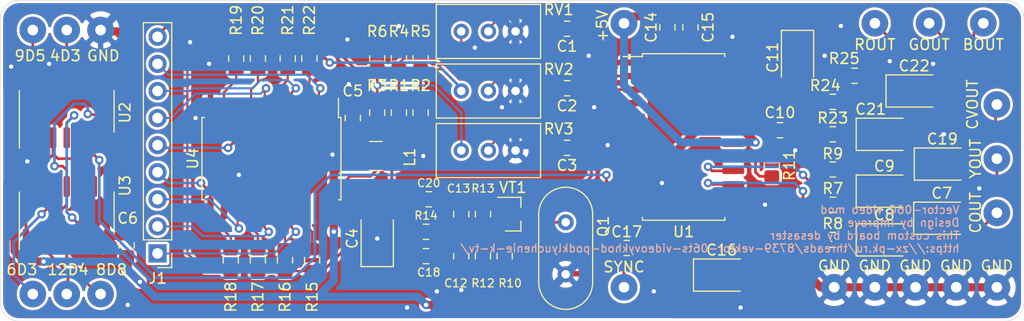
<source format=kicad_pcb>
(kicad_pcb (version 20171130) (host pcbnew "(5.1.2)-1")
  (layers (0 F.Cu signal) (31 B.Cu signal) (34 B.Paste user) (35 F.Paste user) (36 B.SilkS user) (37 F.SilkS user) (38 B.Mask user) (39 F.Mask user) (44 Edge.Cuts user))
  (net 0 "")
  (net 1 "Net-(C1-Pad2)")
  (net 2 "Net-(C1-Pad1)")
  (net 3 "Net-(C2-Pad1)")
  (net 4 "Net-(C2-Pad2)")
  (net 5 "Net-(C3-Pad2)")
  (net 6 "Net-(C3-Pad1)")
  (net 7 +5V)
  (net 8 "Net-(C4-Pad2)")
  (net 9 "Net-(C9-Pad2)")
  (net 10 "Net-(C9-Pad1)")
  (net 11 "Net-(C12-Pad1)")
  (net 12 "Net-(C13-Pad1)")
  (net 13 "Net-(C20-Pad1)")
  (net 14 "Net-(J1-Pad1)")
  (net 15 "Net-(J1-Pad2)")
  (net 16 "Net-(J1-Pad3)")
  (net 17 "Net-(J1-Pad4)")
  (net 18 "Net-(J1-Pad5)")
  (net 19 "Net-(J1-Pad6)")
  (net 20 "Net-(J1-Pad7)")
  (net 21 "Net-(J1-Pad8)")
  (net 22 "Net-(J1-Pad9)")
  (net 23 "Net-(R1-Pad1)")
  (net 24 "Net-(R18-Pad1)")
  (net 25 "Net-(R21-Pad1)")
  (net 26 "Net-(R9-Pad2)")
  (net 27 "Net-(R11-Pad2)")
  (net 28 "Net-(R15-Pad2)")
  (net 29 "Net-(R16-Pad2)")
  (net 30 "Net-(R17-Pad2)")
  (net 31 "Net-(R18-Pad2)")
  (net 32 "Net-(R19-Pad2)")
  (net 33 "Net-(R20-Pad2)")
  (net 34 "Net-(R21-Pad2)")
  (net 35 "Net-(R22-Pad2)")
  (net 36 "Net-(TP1-Pad1)")
  (net 37 "Net-(TP2-Pad1)")
  (net 38 "Net-(TP3-Pad1)")
  (net 39 "Net-(TP4-Pad1)")
  (net 40 "Net-(TP5-Pad1)")
  (net 41 "Net-(TP6-Pad1)")
  (net 42 "Net-(U1-Pad5)")
  (net 43 "Net-(U1-Pad8)")
  (net 44 "Net-(U1-Pad9)")
  (net 45 "Net-(U1-Pad11)")
  (net 46 "Net-(U1-Pad14)")
  (net 47 "Net-(U1-Pad18)")
  (net 48 "Net-(U2-Pad3)")
  (net 49 "Net-(U2-Pad4)")
  (net 50 "Net-(U2-Pad5)")
  (net 51 "Net-(U2-Pad8)")
  (net 52 "Net-(U2-Pad10)")
  (net 53 "Net-(U3-Pad8)")
  (net 54 "Net-(U3-Pad6)")
  (net 55 "Net-(U1-Pad13)")
  (net 56 GND)
  (net 57 "Net-(C13-Pad2)")
  (net 58 "Net-(C7-Pad2)")
  (net 59 "Net-(C7-Pad1)")
  (net 60 "Net-(C8-Pad1)")
  (net 61 "Net-(C8-Pad2)")
  (net 62 "Net-(R7-Pad2)")
  (net 63 "Net-(R8-Pad2)")
  (net 64 "Net-(C19-Pad1)")
  (net 65 "Net-(C19-Pad2)")
  (net 66 "Net-(C21-Pad1)")
  (net 67 "Net-(C21-Pad2)")
  (net 68 "Net-(C22-Pad2)")
  (net 69 "Net-(C22-Pad1)")
  (net 70 "Net-(R23-Pad1)")
  (net 71 "Net-(R24-Pad1)")
  (net 72 "Net-(R25-Pad1)")
  (module improve-rgb2tv:PAD-150-60 (layer F.Cu) (at 99.568 97.155)
    (fp_text reference TP3 hide)
    (fp_text value 9D5 (at -0.254 2.413) (layer F.SilkS))
    (pad 1 thru_hole circle (at 0 0) (size 2.5 2.5) (drill 1) (layers *.Cu *.Mask) (net 38 "Net-(TP3-Pad1)"))
  )
  (module Connector_PinHeader_2.54mm:PinHeader_1x09_P2.54mm_Vertical (layer F.Cu) (at 111.252 118.11 180)
    (fp_text reference J1 (at 0 -2.33) (layer F.SilkS))
    (fp_text value Conn_01x09)
    (pad 9 thru_hole oval (at 0 20.32 180) (size 1.7 1.7) (drill 1) (layers *.Cu *.Mask) (net 22 "Net-(J1-Pad9)"))
    (pad 8 thru_hole oval (at 0 17.78 180) (size 1.7 1.7) (drill 1) (layers *.Cu *.Mask) (net 21 "Net-(J1-Pad8)"))
    (pad 7 thru_hole oval (at 0 15.24 180) (size 1.7 1.7) (drill 1) (layers *.Cu *.Mask) (net 20 "Net-(J1-Pad7)"))
    (pad 6 thru_hole oval (at 0 12.7 180) (size 1.7 1.7) (drill 1) (layers *.Cu *.Mask) (net 19 "Net-(J1-Pad6)"))
    (pad 5 thru_hole oval (at 0 10.16 180) (size 1.7 1.7) (drill 1) (layers *.Cu *.Mask) (net 18 "Net-(J1-Pad5)"))
    (pad 4 thru_hole oval (at 0 7.62 180) (size 1.7 1.7) (drill 1) (layers *.Cu *.Mask) (net 17 "Net-(J1-Pad4)"))
    (pad 3 thru_hole oval (at 0 5.08 180) (size 1.7 1.7) (drill 1) (layers *.Cu *.Mask) (net 16 "Net-(J1-Pad3)"))
    (pad 2 thru_hole oval (at 0 2.54 180) (size 1.7 1.7) (drill 1) (layers *.Cu *.Mask) (net 15 "Net-(J1-Pad2)"))
    (pad 1 thru_hole rect (at 0 0 180) (size 1.7 1.7) (drill 1) (layers *.Cu *.Mask) (net 14 "Net-(J1-Pad1)"))
  )
  (module Inductor_SMD:L_1210_3225Metric_Pad1.42x2.65mm_HandSolder (layer F.Cu) (at 131.699 108.966 180)
    (fp_text reference L1 (at -3.175 -0.127 90) (layer F.SilkS))
    (fp_text value 100uH)
    (pad 2 smd roundrect (at 1.4875 0 180) (size 1.425 2.65) (layers F.Cu F.Paste F.Mask) (roundrect_rratio 0.175439) (net 7 +5V))
    (pad 1 smd roundrect (at -1.4875 0 180) (size 1.425 2.65) (layers F.Cu F.Paste F.Mask) (roundrect_rratio 0.175439) (net 8 "Net-(C4-Pad2)"))
  )
  (module Crystal:Crystal_HC49-4H_Vertical (layer F.Cu) (at 149.479 115.189 270)
    (fp_text reference Q1 (at 0.381 -3.525 90) (layer F.SilkS))
    (fp_text value 4.43)
    (pad 2 thru_hole circle (at 4.88 0 270) (size 1.5 1.5) (drill 0.8) (layers *.Cu *.Mask) (net 56 GND))
    (pad 1 thru_hole circle (at 0 0 270) (size 1.5 1.5) (drill 0.8) (layers *.Cu *.Mask) (net 57 "Net-(C13-Pad2)"))
  )
  (module improve-rgb2tv:PAD-150-60 (layer F.Cu) (at 105.918 121.92)
    (fp_text reference TP1 hide)
    (fp_text value 8D8 (at 1.016 -2.286) (layer F.SilkS))
    (pad 1 thru_hole circle (at 0 0) (size 2.5 2.5) (drill 1) (layers *.Cu *.Mask) (net 36 "Net-(TP1-Pad1)"))
  )
  (module improve-rgb2tv:PAD-150-60 (layer F.Cu) (at 102.743 121.92)
    (fp_text reference TP2 hide)
    (fp_text value 12D4 (at 0.127 -2.286) (layer F.SilkS))
    (pad 1 thru_hole circle (at 0 0) (size 2.5 2.5) (drill 1) (layers *.Cu *.Mask) (net 37 "Net-(TP2-Pad1)"))
  )
  (module improve-rgb2tv:PAD-150-60 (layer F.Cu) (at 102.743 97.155)
    (fp_text reference TP4 hide)
    (fp_text value 4D3 (at -0.127 2.413) (layer F.SilkS))
    (pad 1 thru_hole circle (at 0 0) (size 2.5 2.5) (drill 1) (layers *.Cu *.Mask) (net 39 "Net-(TP4-Pad1)"))
  )
  (module improve-rgb2tv:PAD-150-60 (layer F.Cu) (at 99.568 121.92)
    (fp_text reference TP5 hide)
    (fp_text value 6D3 (at -1.016 -2.286) (layer F.SilkS))
    (pad 1 thru_hole circle (at 0 0) (size 2.5 2.5) (drill 1) (layers *.Cu *.Mask) (net 40 "Net-(TP5-Pad1)"))
  )
  (module improve-rgb2tv:PAD-150-60 (layer F.Cu) (at 154.94 121.285)
    (fp_text reference TP6 hide)
    (fp_text value SYNC (at 0 -1.905 180) (layer F.SilkS))
    (pad 1 thru_hole circle (at 0 0) (size 2.5 2.5) (drill 1) (layers *.Cu *.Mask) (net 41 "Net-(TP6-Pad1)"))
  )
  (module improve-rgb2tv:PAD-150-60 (layer F.Cu) (at 189.865 104.14)
    (fp_text reference TP7 hide)
    (fp_text value CVOUT (at -2.286 0 90) (layer F.SilkS))
    (pad 1 thru_hole circle (at 0 0) (size 2.5 2.5) (drill 1) (layers *.Cu *.Mask) (net 9 "Net-(C9-Pad2)"))
  )
  (module Package_SO:SOIC-24W_7.5x15.4mm_P1.27mm (layer F.Cu) (at 160.528 107.188)
    (fp_text reference U1 (at 0 8.89) (layer F.SilkS))
    (fp_text value CXA2075M)
    (pad 24 smd roundrect (at 4.65 -6.985) (size 2.05 0.6) (layers F.Cu F.Paste F.Mask) (net 56 GND))
    (pad 23 smd roundrect (at 4.65 -5.715) (size 2.05 0.6) (layers F.Cu F.Paste F.Mask) (net 72 "Net-(R25-Pad1)"))
    (pad 22 smd roundrect (at 4.65 -4.445) (size 2.05 0.6) (layers F.Cu F.Paste F.Mask) (net 71 "Net-(R24-Pad1)"))
    (pad 21 smd roundrect (at 4.65 -3.175) (size 2.05 0.6) (layers F.Cu F.Paste F.Mask) (net 70 "Net-(R23-Pad1)"))
    (pad 20 smd roundrect (at 4.65 -1.905) (size 2.05 0.6) (layers F.Cu F.Paste F.Mask) (net 26 "Net-(R9-Pad2)"))
    (pad 19 smd roundrect (at 4.65 -0.635) (size 2.05 0.6) (layers F.Cu F.Paste F.Mask) (net 7 +5V))
    (pad 18 smd roundrect (at 4.65 0.635) (size 2.05 0.6) (layers F.Cu F.Paste F.Mask) (net 47 "Net-(U1-Pad18)"))
    (pad 17 smd roundrect (at 4.65 1.905) (size 2.05 0.6) (layers F.Cu F.Paste F.Mask) (net 27 "Net-(R11-Pad2)"))
    (pad 16 smd roundrect (at 4.65 3.175) (size 2.05 0.6) (layers F.Cu F.Paste F.Mask) (net 62 "Net-(R7-Pad2)"))
    (pad 15 smd roundrect (at 4.65 4.445) (size 2.05 0.6) (layers F.Cu F.Paste F.Mask) (net 63 "Net-(R8-Pad2)"))
    (pad 14 smd roundrect (at 4.65 5.715) (size 2.05 0.6) (layers F.Cu F.Paste F.Mask) (net 46 "Net-(U1-Pad14)"))
    (pad 13 smd roundrect (at 4.65 6.985) (size 2.05 0.6) (layers F.Cu F.Paste F.Mask) (net 55 "Net-(U1-Pad13)"))
    (pad 12 smd roundrect (at -4.65 6.985) (size 2.05 0.6) (layers F.Cu F.Paste F.Mask) (net 7 +5V))
    (pad 11 smd roundrect (at -4.65 5.715) (size 2.05 0.6) (layers F.Cu F.Paste F.Mask) (net 45 "Net-(U1-Pad11)"))
    (pad 10 smd roundrect (at -4.65 4.445) (size 2.05 0.6) (layers F.Cu F.Paste F.Mask) (net 41 "Net-(TP6-Pad1)"))
    (pad 9 smd roundrect (at -4.65 3.175) (size 2.05 0.6) (layers F.Cu F.Paste F.Mask) (net 44 "Net-(U1-Pad9)"))
    (pad 8 smd roundrect (at -4.65 1.905) (size 2.05 0.6) (layers F.Cu F.Paste F.Mask) (net 43 "Net-(U1-Pad8)"))
    (pad 7 smd roundrect (at -4.65 0.635) (size 2.05 0.6) (layers F.Cu F.Paste F.Mask) (net 56 GND))
    (pad 6 smd roundrect (at -4.65 -0.635) (size 2.05 0.6) (layers F.Cu F.Paste F.Mask) (net 13 "Net-(C20-Pad1)"))
    (pad 5 smd roundrect (at -4.65 -1.905) (size 2.05 0.6) (layers F.Cu F.Paste F.Mask) (net 42 "Net-(U1-Pad5)"))
    (pad 4 smd roundrect (at -4.65 -3.175) (size 2.05 0.6) (layers F.Cu F.Paste F.Mask) (net 6 "Net-(C3-Pad1)"))
    (pad 3 smd roundrect (at -4.65 -4.445) (size 2.05 0.6) (layers F.Cu F.Paste F.Mask) (net 3 "Net-(C2-Pad1)"))
    (pad 2 smd roundrect (at -4.65 -5.715) (size 2.05 0.6) (layers F.Cu F.Paste F.Mask) (net 2 "Net-(C1-Pad1)"))
    (pad 1 smd roundrect (at -4.65 -6.985) (size 2.05 0.6) (layers F.Cu F.Paste F.Mask) (net 56 GND))
  )
  (module Package_SO:SOIC-14_3.9x8.7mm_P1.27mm (layer F.Cu) (at 102.743 104.775 90)
    (fp_text reference U2 (at -0.127 5.461 90) (layer F.SilkS))
    (fp_text value 7400)
    (pad 14 smd roundrect (at 2.475 -3.81 90) (size 1.95 0.6) (layers F.Cu F.Paste F.Mask) (net 7 +5V))
    (pad 13 smd roundrect (at 2.475 -2.54 90) (size 1.95 0.6) (layers F.Cu F.Paste F.Mask) (net 38 "Net-(TP3-Pad1)"))
    (pad 12 smd roundrect (at 2.475 -1.27 90) (size 1.95 0.6) (layers F.Cu F.Paste F.Mask) (net 38 "Net-(TP3-Pad1)"))
    (pad 11 smd roundrect (at 2.475 0 90) (size 1.95 0.6) (layers F.Cu F.Paste F.Mask) (net 52 "Net-(U2-Pad10)"))
    (pad 10 smd roundrect (at 2.475 1.27 90) (size 1.95 0.6) (layers F.Cu F.Paste F.Mask) (net 52 "Net-(U2-Pad10)"))
    (pad 9 smd roundrect (at 2.475 2.54 90) (size 1.95 0.6) (layers F.Cu F.Paste F.Mask) (net 39 "Net-(TP4-Pad1)"))
    (pad 8 smd roundrect (at 2.475 3.81 90) (size 1.95 0.6) (layers F.Cu F.Paste F.Mask) (net 51 "Net-(U2-Pad8)"))
    (pad 7 smd roundrect (at -2.475 3.81 90) (size 1.95 0.6) (layers F.Cu F.Paste F.Mask) (net 56 GND))
    (pad 6 smd roundrect (at -2.475 2.54 90) (size 1.95 0.6) (layers F.Cu F.Paste F.Mask) (net 41 "Net-(TP6-Pad1)"))
    (pad 5 smd roundrect (at -2.475 1.27 90) (size 1.95 0.6) (layers F.Cu F.Paste F.Mask) (net 50 "Net-(U2-Pad5)"))
    (pad 4 smd roundrect (at -2.475 0 90) (size 1.95 0.6) (layers F.Cu F.Paste F.Mask) (net 49 "Net-(U2-Pad4)"))
    (pad 3 smd roundrect (at -2.475 -1.27 90) (size 1.95 0.6) (layers F.Cu F.Paste F.Mask) (net 48 "Net-(U2-Pad3)"))
    (pad 2 smd roundrect (at -2.475 -2.54 90) (size 1.95 0.6) (layers F.Cu F.Paste F.Mask) (net 56 GND))
    (pad 1 smd roundrect (at -2.475 -3.81 90) (size 1.95 0.6) (layers F.Cu F.Paste F.Mask) (net 56 GND))
  )
  (module Package_SO:SOIC-14_3.9x8.7mm_P1.27mm (layer F.Cu) (at 102.743 114.3 90)
    (fp_text reference U3 (at 2.54 5.461 270) (layer F.SilkS))
    (fp_text value 7474)
    (pad 14 smd roundrect (at 2.475 -3.81 90) (size 1.95 0.6) (layers F.Cu F.Paste F.Mask) (net 7 +5V))
    (pad 13 smd roundrect (at 2.475 -2.54 90) (size 1.95 0.6) (layers F.Cu F.Paste F.Mask) (net 48 "Net-(U2-Pad3)"))
    (pad 12 smd roundrect (at 2.475 -1.27 90) (size 1.95 0.6) (layers F.Cu F.Paste F.Mask) (net 40 "Net-(TP5-Pad1)"))
    (pad 11 smd roundrect (at 2.475 0 90) (size 1.95 0.6) (layers F.Cu F.Paste F.Mask) (net 51 "Net-(U2-Pad8)"))
    (pad 10 smd roundrect (at 2.475 1.27 90) (size 1.95 0.6) (layers F.Cu F.Paste F.Mask) (net 48 "Net-(U2-Pad3)"))
    (pad 9 smd roundrect (at 2.475 2.54 90) (size 1.95 0.6) (layers F.Cu F.Paste F.Mask) (net 50 "Net-(U2-Pad5)"))
    (pad 8 smd roundrect (at 2.475 3.81 90) (size 1.95 0.6) (layers F.Cu F.Paste F.Mask) (net 53 "Net-(U3-Pad8)"))
    (pad 7 smd roundrect (at -2.475 3.81 90) (size 1.95 0.6) (layers F.Cu F.Paste F.Mask) (net 56 GND))
    (pad 6 smd roundrect (at -2.475 2.54 90) (size 1.95 0.6) (layers F.Cu F.Paste F.Mask) (net 54 "Net-(U3-Pad6)"))
    (pad 5 smd roundrect (at -2.475 1.27 90) (size 1.95 0.6) (layers F.Cu F.Paste F.Mask) (net 49 "Net-(U2-Pad4)"))
    (pad 4 smd roundrect (at -2.475 0 90) (size 1.95 0.6) (layers F.Cu F.Paste F.Mask) (net 36 "Net-(TP1-Pad1)"))
    (pad 3 smd roundrect (at -2.475 -1.27 90) (size 1.95 0.6) (layers F.Cu F.Paste F.Mask) (net 51 "Net-(U2-Pad8)"))
    (pad 2 smd roundrect (at -2.475 -2.54 90) (size 1.95 0.6) (layers F.Cu F.Paste F.Mask) (net 37 "Net-(TP2-Pad1)"))
    (pad 1 smd roundrect (at -2.475 -3.81 90) (size 1.95 0.6) (layers F.Cu F.Paste F.Mask) (net 48 "Net-(U2-Pad3)"))
  )
  (module Package_SO:SOIC-20W_7.5x12.8mm_P1.27mm (layer F.Cu) (at 121.92 109.22 270)
    (fp_text reference U4 (at 0 7.366 90) (layer F.SilkS))
    (fp_text value 74HC240)
    (pad 20 smd roundrect (at 4.65 -5.715 270) (size 2.05 0.6) (layers F.Cu F.Paste F.Mask) (net 7 +5V))
    (pad 19 smd roundrect (at 4.65 -4.445 270) (size 2.05 0.6) (layers F.Cu F.Paste F.Mask) (net 56 GND))
    (pad 18 smd roundrect (at 4.65 -3.175 270) (size 2.05 0.6) (layers F.Cu F.Paste F.Mask) (net 28 "Net-(R15-Pad2)"))
    (pad 17 smd roundrect (at 4.65 -1.905 270) (size 2.05 0.6) (layers F.Cu F.Paste F.Mask) (net 14 "Net-(J1-Pad1)"))
    (pad 16 smd roundrect (at 4.65 -0.635 270) (size 2.05 0.6) (layers F.Cu F.Paste F.Mask) (net 29 "Net-(R16-Pad2)"))
    (pad 15 smd roundrect (at 4.65 0.635 270) (size 2.05 0.6) (layers F.Cu F.Paste F.Mask) (net 15 "Net-(J1-Pad2)"))
    (pad 14 smd roundrect (at 4.65 1.905 270) (size 2.05 0.6) (layers F.Cu F.Paste F.Mask) (net 30 "Net-(R17-Pad2)"))
    (pad 13 smd roundrect (at 4.65 3.175 270) (size 2.05 0.6) (layers F.Cu F.Paste F.Mask) (net 16 "Net-(J1-Pad3)"))
    (pad 12 smd roundrect (at 4.65 4.445 270) (size 2.05 0.6) (layers F.Cu F.Paste F.Mask) (net 31 "Net-(R18-Pad2)"))
    (pad 11 smd roundrect (at 4.65 5.715 270) (size 2.05 0.6) (layers F.Cu F.Paste F.Mask) (net 17 "Net-(J1-Pad4)"))
    (pad 10 smd roundrect (at -4.65 5.715 270) (size 2.05 0.6) (layers F.Cu F.Paste F.Mask) (net 56 GND))
    (pad 9 smd roundrect (at -4.65 4.445 270) (size 2.05 0.6) (layers F.Cu F.Paste F.Mask) (net 32 "Net-(R19-Pad2)"))
    (pad 8 smd roundrect (at -4.65 3.175 270) (size 2.05 0.6) (layers F.Cu F.Paste F.Mask) (net 18 "Net-(J1-Pad5)"))
    (pad 7 smd roundrect (at -4.65 1.905 270) (size 2.05 0.6) (layers F.Cu F.Paste F.Mask) (net 33 "Net-(R20-Pad2)"))
    (pad 6 smd roundrect (at -4.65 0.635 270) (size 2.05 0.6) (layers F.Cu F.Paste F.Mask) (net 19 "Net-(J1-Pad6)"))
    (pad 5 smd roundrect (at -4.65 -0.635 270) (size 2.05 0.6) (layers F.Cu F.Paste F.Mask) (net 34 "Net-(R21-Pad2)"))
    (pad 4 smd roundrect (at -4.65 -1.905 270) (size 2.05 0.6) (layers F.Cu F.Paste F.Mask) (net 20 "Net-(J1-Pad7)"))
    (pad 3 smd roundrect (at -4.65 -3.175 270) (size 2.05 0.6) (layers F.Cu F.Paste F.Mask) (net 35 "Net-(R22-Pad2)"))
    (pad 2 smd roundrect (at -4.65 -4.445 270) (size 2.05 0.6) (layers F.Cu F.Paste F.Mask) (net 21 "Net-(J1-Pad8)"))
    (pad 1 smd roundrect (at -4.65 -5.715 270) (size 2.05 0.6) (layers F.Cu F.Paste F.Mask) (net 56 GND))
  )
  (module Package_TO_SOT_SMD:SOT-23 (layer F.Cu) (at 144.526 114.427)
    (fp_text reference VT1 (at 0 -2.5) (layer F.SilkS))
    (fp_text value BC847)
    (pad 3 smd rect (at 1 0) (size 0.9 0.8) (layers F.Cu F.Paste F.Mask) (net 11 "Net-(C12-Pad1)"))
    (pad 2 smd rect (at -1 0.95) (size 0.9 0.8) (layers F.Cu F.Paste F.Mask) (net 12 "Net-(C13-Pad1)"))
    (pad 1 smd rect (at -1 -0.95) (size 0.9 0.8) (layers F.Cu F.Paste F.Mask) (net 57 "Net-(C13-Pad2)"))
  )
  (module Potentiometer_THT:Potentiometer_Bourns_3296W_Vertical (layer F.Cu) (at 144.78 97.282)
    (fp_text reference RV1 (at 2.54 -2.032) (layer F.SilkS) (effects (justify left)))
    (fp_text value 1K)
    (pad 3 thru_hole circle (at -5.08 0) (size 1.44 1.44) (drill 0.8) (layers *.Cu *.Mask) (net 23 "Net-(R1-Pad1)"))
    (pad 2 thru_hole circle (at -2.54 0) (size 1.44 1.44) (drill 0.8) (layers *.Cu *.Mask) (net 1 "Net-(C1-Pad2)"))
    (pad 1 thru_hole circle (at 0 0) (size 1.44 1.44) (drill 0.8) (layers *.Cu *.Mask) (net 56 GND))
  )
  (module Potentiometer_THT:Potentiometer_Bourns_3296W_Vertical (layer F.Cu) (at 144.78 102.87)
    (fp_text reference RV2 (at 2.54 -2.032) (layer F.SilkS) (effects (justify left)))
    (fp_text value 1K)
    (pad 3 thru_hole circle (at -5.08 0) (size 1.44 1.44) (drill 0.8) (layers *.Cu *.Mask) (net 24 "Net-(R18-Pad1)"))
    (pad 2 thru_hole circle (at -2.54 0) (size 1.44 1.44) (drill 0.8) (layers *.Cu *.Mask) (net 4 "Net-(C2-Pad2)"))
    (pad 1 thru_hole circle (at 0 0) (size 1.44 1.44) (drill 0.8) (layers *.Cu *.Mask) (net 56 GND))
  )
  (module Potentiometer_THT:Potentiometer_Bourns_3296W_Vertical (layer F.Cu) (at 144.78 108.458)
    (fp_text reference RV3 (at 2.54 -2.032) (layer F.SilkS) (effects (justify left)))
    (fp_text value 1K)
    (pad 3 thru_hole circle (at -5.08 0) (size 1.44 1.44) (drill 0.8) (layers *.Cu *.Mask) (net 25 "Net-(R21-Pad1)"))
    (pad 2 thru_hole circle (at -2.54 0) (size 1.44 1.44) (drill 0.8) (layers *.Cu *.Mask) (net 5 "Net-(C3-Pad2)"))
    (pad 1 thru_hole circle (at 0 0) (size 1.44 1.44) (drill 0.8) (layers *.Cu *.Mask) (net 56 GND))
  )
  (module improve-rgb2tv:PAD-150-60 (layer F.Cu) (at 154.94 96.52)
    (fp_text reference TP8 hide)
    (fp_text value +5V (at -2.032 0.254 90) (layer F.SilkS))
    (pad 1 thru_hole circle (at 0 0) (size 2.5 2.5) (drill 1) (layers *.Cu *.Mask) (net 7 +5V))
  )
  (module improve-rgb2tv:PAD-150-60 (layer F.Cu) (at 105.918 97.155)
    (fp_text reference TP9 hide)
    (fp_text value GND (at 0.254 2.413) (layer F.SilkS))
    (pad 1 thru_hole circle (at 0 0) (size 2.5 2.5) (drill 1) (layers *.Cu *.Mask) (net 56 GND))
  )
  (module improve-rgb2tv:PAD-150-60 (layer F.Cu) (at 174.625 121.285 270)
    (fp_text reference TP10 hide)
    (fp_text value GND (at -2 0) (layer F.SilkS))
    (pad 1 thru_hole circle (at 0 0 270) (size 2.5 2.5) (drill 1) (layers *.Cu *.Mask) (net 56 GND))
  )
  (module Capacitor_SMD:C_0805_2012Metric_Pad1.15x1.40mm_HandSolder (layer F.Cu) (at 149.606 97.028 180)
    (fp_text reference C1 (at 0 -1.65) (layer F.SilkS))
    (fp_text value 0.1uF)
    (pad 2 smd roundrect (at 1.025 0 180) (size 1.15 1.4) (layers F.Cu F.Paste F.Mask) (roundrect_rratio 0.217391) (net 1 "Net-(C1-Pad2)"))
    (pad 1 smd roundrect (at -1.025 0 180) (size 1.15 1.4) (layers F.Cu F.Paste F.Mask) (roundrect_rratio 0.217391) (net 2 "Net-(C1-Pad1)"))
  )
  (module Capacitor_SMD:C_0805_2012Metric_Pad1.15x1.40mm_HandSolder (layer F.Cu) (at 149.606 102.616 180)
    (fp_text reference C2 (at 0 -1.65) (layer F.SilkS))
    (fp_text value 0.1uF)
    (pad 1 smd roundrect (at -1.025 0 180) (size 1.15 1.4) (layers F.Cu F.Paste F.Mask) (roundrect_rratio 0.217391) (net 3 "Net-(C2-Pad1)"))
    (pad 2 smd roundrect (at 1.025 0 180) (size 1.15 1.4) (layers F.Cu F.Paste F.Mask) (roundrect_rratio 0.217391) (net 4 "Net-(C2-Pad2)"))
  )
  (module Capacitor_SMD:C_0805_2012Metric_Pad1.15x1.40mm_HandSolder (layer F.Cu) (at 149.606 108.204 180)
    (fp_text reference C3 (at 0 -1.65) (layer F.SilkS))
    (fp_text value 0.1uF)
    (pad 2 smd roundrect (at 1.025 0 180) (size 1.15 1.4) (layers F.Cu F.Paste F.Mask) (roundrect_rratio 0.217391) (net 5 "Net-(C3-Pad2)"))
    (pad 1 smd roundrect (at -1.025 0 180) (size 1.15 1.4) (layers F.Cu F.Paste F.Mask) (roundrect_rratio 0.217391) (net 6 "Net-(C3-Pad1)"))
  )
  (module Capacitor_SMD:C_0805_2012Metric_Pad1.15x1.40mm_HandSolder (layer F.Cu) (at 129.54 105.41 90)
    (fp_text reference C5 (at 2.54 0 180) (layer F.SilkS))
    (fp_text value 0.1uF)
    (pad 2 smd roundrect (at 1.025 0 90) (size 1.15 1.4) (layers F.Cu F.Paste F.Mask) (roundrect_rratio 0.217391) (net 56 GND))
    (pad 1 smd roundrect (at -1.025 0 90) (size 1.15 1.4) (layers F.Cu F.Paste F.Mask) (roundrect_rratio 0.217391) (net 7 +5V))
  )
  (module Capacitor_SMD:C_0805_2012Metric_Pad1.15x1.40mm_HandSolder (layer F.Cu) (at 108.3564 117.348 90)
    (fp_text reference C6 (at 2.54 0.1016 180) (layer F.SilkS))
    (fp_text value 0.1uF)
    (pad 1 smd roundrect (at -1.025 0 90) (size 1.15 1.4) (layers F.Cu F.Paste F.Mask) (roundrect_rratio 0.217391) (net 7 +5V))
    (pad 2 smd roundrect (at 1.025 0 90) (size 1.15 1.4) (layers F.Cu F.Paste F.Mask) (roundrect_rratio 0.217391) (net 56 GND))
  )
  (module Capacitor_SMD:C_0805_2012Metric_Pad1.15x1.40mm_HandSolder (layer F.Cu) (at 169.545 106.553)
    (fp_text reference C10 (at 0 -1.65) (layer F.SilkS))
    (fp_text value 10nF)
    (pad 1 smd roundrect (at -1.025 0) (size 1.15 1.4) (layers F.Cu F.Paste F.Mask) (roundrect_rratio 0.217391) (net 7 +5V))
    (pad 2 smd roundrect (at 1.025 0) (size 1.15 1.4) (layers F.Cu F.Paste F.Mask) (roundrect_rratio 0.217391) (net 56 GND))
  )
  (module Capacitor_SMD:C_0805_2012Metric_Pad1.15x1.40mm_HandSolder (layer F.Cu) (at 139.7 118.364 270)
    (fp_text reference C12 (at 2.54 0.508 180) (layer F.SilkS) (effects (font (size 0.75 0.75) (thickness 0.12))))
    (fp_text value 0.1uF)
    (pad 1 smd roundrect (at -1.025 0 270) (size 1.15 1.4) (layers F.Cu F.Paste F.Mask) (roundrect_rratio 0.217391) (net 11 "Net-(C12-Pad1)"))
    (pad 2 smd roundrect (at 1.025 0 270) (size 1.15 1.4) (layers F.Cu F.Paste F.Mask) (roundrect_rratio 0.217391) (net 56 GND))
  )
  (module Capacitor_SMD:C_0805_2012Metric_Pad1.15x1.40mm_HandSolder (layer F.Cu) (at 141.732 114.427 90)
    (fp_text reference C13 (at 2.413 -2.286 180) (layer F.SilkS) (effects (font (size 0.75 0.75) (thickness 0.12))))
    (fp_text value 150pF)
    (pad 1 smd roundrect (at -1.025 0 90) (size 1.15 1.4) (layers F.Cu F.Paste F.Mask) (roundrect_rratio 0.217391) (net 12 "Net-(C13-Pad1)"))
    (pad 2 smd roundrect (at 1.025 0 90) (size 1.15 1.4) (layers F.Cu F.Paste F.Mask) (roundrect_rratio 0.217391) (net 57 "Net-(C13-Pad2)"))
  )
  (module Capacitor_SMD:C_0805_2012Metric_Pad1.15x1.40mm_HandSolder (layer F.Cu) (at 159.004 96.901 270)
    (fp_text reference C14 (at 0 1.524 90) (layer F.SilkS))
    (fp_text value 0.1uF)
    (pad 2 smd roundrect (at 1.025 0 270) (size 1.15 1.4) (layers F.Cu F.Paste F.Mask) (roundrect_rratio 0.217391) (net 56 GND))
    (pad 1 smd roundrect (at -1.025 0 270) (size 1.15 1.4) (layers F.Cu F.Paste F.Mask) (roundrect_rratio 0.217391) (net 7 +5V))
  )
  (module Capacitor_SMD:C_0805_2012Metric_Pad1.15x1.40mm_HandSolder (layer F.Cu) (at 161.163 96.901 270)
    (fp_text reference C15 (at 0 -1.65 90) (layer F.SilkS))
    (fp_text value 0.1uF)
    (pad 1 smd roundrect (at -1.025 0 270) (size 1.15 1.4) (layers F.Cu F.Paste F.Mask) (roundrect_rratio 0.217391) (net 7 +5V))
    (pad 2 smd roundrect (at 1.025 0 270) (size 1.15 1.4) (layers F.Cu F.Paste F.Mask) (roundrect_rratio 0.217391) (net 56 GND))
  )
  (module Capacitor_SMD:C_0805_2012Metric_Pad1.15x1.40mm_HandSolder (layer F.Cu) (at 155.194 117.602 180)
    (fp_text reference C17 (at 0 1.524) (layer F.SilkS))
    (fp_text value 10nF)
    (pad 1 smd roundrect (at -1.025 0 180) (size 1.15 1.4) (layers F.Cu F.Paste F.Mask) (roundrect_rratio 0.217391) (net 7 +5V))
    (pad 2 smd roundrect (at 1.025 0 180) (size 1.15 1.4) (layers F.Cu F.Paste F.Mask) (roundrect_rratio 0.217391) (net 56 GND))
  )
  (module Capacitor_SMD:C_0805_2012Metric_Pad1.15x1.40mm_HandSolder (layer F.Cu) (at 136.398 118.364)
    (fp_text reference C18 (at 0.254 1.524) (layer F.SilkS) (effects (font (size 0.75 0.75) (thickness 0.12))))
    (fp_text value 100pF)
    (pad 2 smd roundrect (at 1.025 0) (size 1.15 1.4) (layers F.Cu F.Paste F.Mask) (roundrect_rratio 0.217391) (net 56 GND))
    (pad 1 smd roundrect (at -1.025 0) (size 1.15 1.4) (layers F.Cu F.Paste F.Mask) (roundrect_rratio 0.217391) (net 12 "Net-(C13-Pad1)"))
  )
  (module Capacitor_SMD:C_0805_2012Metric_Pad1.15x1.40mm_HandSolder (layer F.Cu) (at 136.652 113.03 180)
    (fp_text reference C20 (at 0 1.524) (layer F.SilkS) (effects (font (size 0.75 0.75) (thickness 0.12))))
    (fp_text value 47pF)
    (pad 2 smd roundrect (at 1.025 0 180) (size 1.15 1.4) (layers F.Cu F.Paste F.Mask) (roundrect_rratio 0.217391) (net 12 "Net-(C13-Pad1)"))
    (pad 1 smd roundrect (at -1.025 0 180) (size 1.15 1.4) (layers F.Cu F.Paste F.Mask) (roundrect_rratio 0.217391) (net 13 "Net-(C20-Pad1)"))
  )
  (module Resistor_SMD:R_0805_2012Metric_Pad1.15x1.40mm_HandSolder (layer F.Cu) (at 133.858 104.902 270)
    (fp_text reference R1 (at -2.54 0 180) (layer F.SilkS))
    (fp_text value 75)
    (pad 2 smd roundrect (at 1.025 0 270) (size 1.15 1.4) (layers F.Cu F.Paste F.Mask) (roundrect_rratio 0.217391) (net 8 "Net-(C4-Pad2)"))
    (pad 1 smd roundrect (at -1.025 0 270) (size 1.15 1.4) (layers F.Cu F.Paste F.Mask) (roundrect_rratio 0.217391) (net 23 "Net-(R1-Pad1)"))
  )
  (module Resistor_SMD:R_0805_2012Metric_Pad1.15x1.40mm_HandSolder (layer F.Cu) (at 135.89 104.902 270)
    (fp_text reference R2 (at -2.54 0 180) (layer F.SilkS))
    (fp_text value 75)
    (pad 1 smd roundrect (at -1.025 0 270) (size 1.15 1.4) (layers F.Cu F.Paste F.Mask) (roundrect_rratio 0.217391) (net 24 "Net-(R18-Pad1)"))
    (pad 2 smd roundrect (at 1.025 0 270) (size 1.15 1.4) (layers F.Cu F.Paste F.Mask) (roundrect_rratio 0.217391) (net 8 "Net-(C4-Pad2)"))
  )
  (module Resistor_SMD:R_0805_2012Metric_Pad1.15x1.40mm_HandSolder (layer F.Cu) (at 131.826 104.902 270)
    (fp_text reference R3 (at -2.54 0 180) (layer F.SilkS))
    (fp_text value 75)
    (pad 2 smd roundrect (at 1.025 0 270) (size 1.15 1.4) (layers F.Cu F.Paste F.Mask) (roundrect_rratio 0.217391) (net 8 "Net-(C4-Pad2)"))
    (pad 1 smd roundrect (at -1.025 0 270) (size 1.15 1.4) (layers F.Cu F.Paste F.Mask) (roundrect_rratio 0.217391) (net 25 "Net-(R21-Pad1)"))
  )
  (module Resistor_SMD:R_0805_2012Metric_Pad1.15x1.40mm_HandSolder (layer F.Cu) (at 133.858 99.822 270)
    (fp_text reference R4 (at -2.54 0 180) (layer F.SilkS))
    (fp_text value 220)
    (pad 2 smd roundrect (at 1.025 0 270) (size 1.15 1.4) (layers F.Cu F.Paste F.Mask) (roundrect_rratio 0.217391) (net 23 "Net-(R1-Pad1)"))
    (pad 1 smd roundrect (at -1.025 0 270) (size 1.15 1.4) (layers F.Cu F.Paste F.Mask) (roundrect_rratio 0.217391) (net 22 "Net-(J1-Pad9)"))
  )
  (module Resistor_SMD:R_0805_2012Metric_Pad1.15x1.40mm_HandSolder (layer F.Cu) (at 135.89 99.822 270)
    (fp_text reference R5 (at -2.54 0 180) (layer F.SilkS))
    (fp_text value 220)
    (pad 1 smd roundrect (at -1.025 0 270) (size 1.15 1.4) (layers F.Cu F.Paste F.Mask) (roundrect_rratio 0.217391) (net 22 "Net-(J1-Pad9)"))
    (pad 2 smd roundrect (at 1.025 0 270) (size 1.15 1.4) (layers F.Cu F.Paste F.Mask) (roundrect_rratio 0.217391) (net 24 "Net-(R18-Pad1)"))
  )
  (module Resistor_SMD:R_0805_2012Metric_Pad1.15x1.40mm_HandSolder (layer F.Cu) (at 131.826 99.822 270)
    (fp_text reference R6 (at -2.54 0 180) (layer F.SilkS))
    (fp_text value 220)
    (pad 2 smd roundrect (at 1.025 0 270) (size 1.15 1.4) (layers F.Cu F.Paste F.Mask) (roundrect_rratio 0.217391) (net 25 "Net-(R21-Pad1)"))
    (pad 1 smd roundrect (at -1.025 0 270) (size 1.15 1.4) (layers F.Cu F.Paste F.Mask) (roundrect_rratio 0.217391) (net 22 "Net-(J1-Pad9)"))
  )
  (module Resistor_SMD:R_0805_2012Metric_Pad1.15x1.40mm_HandSolder (layer F.Cu) (at 174.498 110.236 180)
    (fp_text reference R9 (at 0 1.4732) (layer F.SilkS))
    (fp_text value 75)
    (pad 2 smd roundrect (at 1.025 0 180) (size 1.15 1.4) (layers F.Cu F.Paste F.Mask) (roundrect_rratio 0.217391) (net 26 "Net-(R9-Pad2)"))
    (pad 1 smd roundrect (at -1.025 0 180) (size 1.15 1.4) (layers F.Cu F.Paste F.Mask) (roundrect_rratio 0.217391) (net 10 "Net-(C9-Pad1)"))
  )
  (module Resistor_SMD:R_0805_2012Metric_Pad1.15x1.40mm_HandSolder (layer F.Cu) (at 141.732 118.364 270)
    (fp_text reference R10 (at 2.54 -2.54 180) (layer F.SilkS) (effects (font (size 0.75 0.75) (thickness 0.12))))
    (fp_text value 10K)
    (pad 2 smd roundrect (at 1.025 0 270) (size 1.15 1.4) (layers F.Cu F.Paste F.Mask) (roundrect_rratio 0.217391) (net 57 "Net-(C13-Pad2)"))
    (pad 1 smd roundrect (at -1.025 0 270) (size 1.15 1.4) (layers F.Cu F.Paste F.Mask) (roundrect_rratio 0.217391) (net 11 "Net-(C12-Pad1)"))
  )
  (module Resistor_SMD:R_0805_2012Metric_Pad1.15x1.40mm_HandSolder (layer F.Cu) (at 168.783 109.855 270)
    (fp_text reference R11 (at 0 -1.65 90) (layer F.SilkS))
    (fp_text value 2K61)
    (pad 2 smd roundrect (at 1.025 0 270) (size 1.15 1.4) (layers F.Cu F.Paste F.Mask) (roundrect_rratio 0.217391) (net 27 "Net-(R11-Pad2)"))
    (pad 1 smd roundrect (at -1.025 0 270) (size 1.15 1.4) (layers F.Cu F.Paste F.Mask) (roundrect_rratio 0.217391) (net 7 +5V))
  )
  (module Resistor_SMD:R_0805_2012Metric_Pad1.15x1.40mm_HandSolder (layer F.Cu) (at 143.764 118.364 90)
    (fp_text reference R12 (at -2.54 -2.032 180) (layer F.SilkS) (effects (font (size 0.75 0.75) (thickness 0.12))))
    (fp_text value 510)
    (pad 1 smd roundrect (at -1.025 0 90) (size 1.15 1.4) (layers F.Cu F.Paste F.Mask) (roundrect_rratio 0.217391) (net 7 +5V))
    (pad 2 smd roundrect (at 1.025 0 90) (size 1.15 1.4) (layers F.Cu F.Paste F.Mask) (roundrect_rratio 0.217391) (net 11 "Net-(C12-Pad1)"))
  )
  (module Resistor_SMD:R_0805_2012Metric_Pad1.15x1.40mm_HandSolder (layer F.Cu) (at 136.398 116.078)
    (fp_text reference R14 (at 0 -1.524) (layer F.SilkS) (effects (font (size 0.75 0.75) (thickness 0.12))))
    (fp_text value 1K50)
    (pad 1 smd roundrect (at -1.025 0) (size 1.15 1.4) (layers F.Cu F.Paste F.Mask) (roundrect_rratio 0.217391) (net 12 "Net-(C13-Pad1)"))
    (pad 2 smd roundrect (at 1.025 0) (size 1.15 1.4) (layers F.Cu F.Paste F.Mask) (roundrect_rratio 0.217391) (net 56 GND))
  )
  (module Resistor_SMD:R_0805_2012Metric_Pad1.15x1.40mm_HandSolder (layer F.Cu) (at 125.73 118.745 90)
    (fp_text reference R15 (at -1.905 0 90) (layer F.SilkS) (effects (justify right)))
    (fp_text value 1K6)
    (pad 1 smd roundrect (at -1.025 0 90) (size 1.15 1.4) (layers F.Cu F.Paste F.Mask) (roundrect_rratio 0.217391) (net 23 "Net-(R1-Pad1)"))
    (pad 2 smd roundrect (at 1.025 0 90) (size 1.15 1.4) (layers F.Cu F.Paste F.Mask) (roundrect_rratio 0.217391) (net 28 "Net-(R15-Pad2)"))
  )
  (module Resistor_SMD:R_0805_2012Metric_Pad1.15x1.40mm_HandSolder (layer F.Cu) (at 123.19 118.745 90)
    (fp_text reference R16 (at -1.905 0 90) (layer F.SilkS) (effects (justify right)))
    (fp_text value 820)
    (pad 2 smd roundrect (at 1.025 0 90) (size 1.15 1.4) (layers F.Cu F.Paste F.Mask) (roundrect_rratio 0.217391) (net 29 "Net-(R16-Pad2)"))
    (pad 1 smd roundrect (at -1.025 0 90) (size 1.15 1.4) (layers F.Cu F.Paste F.Mask) (roundrect_rratio 0.217391) (net 23 "Net-(R1-Pad1)"))
  )
  (module Resistor_SMD:R_0805_2012Metric_Pad1.15x1.40mm_HandSolder (layer F.Cu) (at 120.65 118.745 90)
    (fp_text reference R17 (at -1.905 0 90) (layer F.SilkS) (effects (justify right)))
    (fp_text value 430)
    (pad 1 smd roundrect (at -1.025 0 90) (size 1.15 1.4) (layers F.Cu F.Paste F.Mask) (roundrect_rratio 0.217391) (net 23 "Net-(R1-Pad1)"))
    (pad 2 smd roundrect (at 1.025 0 90) (size 1.15 1.4) (layers F.Cu F.Paste F.Mask) (roundrect_rratio 0.217391) (net 30 "Net-(R17-Pad2)"))
  )
  (module Resistor_SMD:R_0805_2012Metric_Pad1.15x1.40mm_HandSolder (layer F.Cu) (at 118.11 118.745 90)
    (fp_text reference R18 (at -1.905 0 90) (layer F.SilkS) (effects (justify right)))
    (fp_text value 1K6)
    (pad 1 smd roundrect (at -1.025 0 90) (size 1.15 1.4) (layers F.Cu F.Paste F.Mask) (roundrect_rratio 0.217391) (net 24 "Net-(R18-Pad1)"))
    (pad 2 smd roundrect (at 1.025 0 90) (size 1.15 1.4) (layers F.Cu F.Paste F.Mask) (roundrect_rratio 0.217391) (net 31 "Net-(R18-Pad2)"))
  )
  (module Resistor_SMD:R_0805_2012Metric_Pad1.15x1.40mm_HandSolder (layer F.Cu) (at 118.618 99.822 270)
    (fp_text reference R19 (at -2.032 0 90) (layer F.SilkS) (effects (justify left)))
    (fp_text value 820)
    (pad 2 smd roundrect (at 1.025 0 270) (size 1.15 1.4) (layers F.Cu F.Paste F.Mask) (roundrect_rratio 0.217391) (net 32 "Net-(R19-Pad2)"))
    (pad 1 smd roundrect (at -1.025 0 270) (size 1.15 1.4) (layers F.Cu F.Paste F.Mask) (roundrect_rratio 0.217391) (net 24 "Net-(R18-Pad1)"))
  )
  (module Resistor_SMD:R_0805_2012Metric_Pad1.15x1.40mm_HandSolder (layer F.Cu) (at 120.65 99.822 270)
    (fp_text reference R20 (at -2.032 0 90) (layer F.SilkS) (effects (justify left)))
    (fp_text value 430)
    (pad 1 smd roundrect (at -1.025 0 270) (size 1.15 1.4) (layers F.Cu F.Paste F.Mask) (roundrect_rratio 0.217391) (net 24 "Net-(R18-Pad1)"))
    (pad 2 smd roundrect (at 1.025 0 270) (size 1.15 1.4) (layers F.Cu F.Paste F.Mask) (roundrect_rratio 0.217391) (net 33 "Net-(R20-Pad2)"))
  )
  (module Resistor_SMD:R_0805_2012Metric_Pad1.15x1.40mm_HandSolder (layer F.Cu) (at 123.444 99.822 270)
    (fp_text reference R21 (at -2.032 0 90) (layer F.SilkS) (effects (justify left)))
    (fp_text value 820)
    (pad 1 smd roundrect (at -1.025 0 270) (size 1.15 1.4) (layers F.Cu F.Paste F.Mask) (roundrect_rratio 0.217391) (net 25 "Net-(R21-Pad1)"))
    (pad 2 smd roundrect (at 1.025 0 270) (size 1.15 1.4) (layers F.Cu F.Paste F.Mask) (roundrect_rratio 0.217391) (net 34 "Net-(R21-Pad2)"))
  )
  (module Resistor_SMD:R_0805_2012Metric_Pad1.15x1.40mm_HandSolder (layer F.Cu) (at 125.476 99.822 270)
    (fp_text reference R22 (at -2.032 0 90) (layer F.SilkS) (effects (justify left)))
    (fp_text value 430)
    (pad 1 smd roundrect (at -1.025 0 270) (size 1.15 1.4) (layers F.Cu F.Paste F.Mask) (roundrect_rratio 0.217391) (net 25 "Net-(R21-Pad1)"))
    (pad 2 smd roundrect (at 1.025 0 270) (size 1.15 1.4) (layers F.Cu F.Paste F.Mask) (roundrect_rratio 0.217391) (net 35 "Net-(R22-Pad2)"))
  )
  (module Resistor_SMD:R_0805_2012Metric_Pad1.15x1.40mm_HandSolder (layer F.Cu) (at 139.7 114.427 270)
    (fp_text reference R13 (at -2.413 -2.032 180) (layer F.SilkS) (effects (font (size 0.75 0.75) (thickness 0.12))))
    (fp_text value 10K)
    (pad 1 smd roundrect (at -1.025 0 270) (size 1.15 1.4) (layers F.Cu F.Paste F.Mask) (roundrect_rratio 0.217391) (net 57 "Net-(C13-Pad2)"))
    (pad 2 smd roundrect (at 1.025 0 270) (size 1.15 1.4) (layers F.Cu F.Paste F.Mask) (roundrect_rratio 0.217391) (net 56 GND))
  )
  (module Resistor_SMD:R_0805_2012Metric_Pad1.15x1.40mm_HandSolder (layer F.Cu) (at 174.498 113.538 180)
    (fp_text reference R7 (at 0 1.524) (layer F.SilkS))
    (fp_text value 75)
    (pad 2 smd roundrect (at 1.025 0 180) (size 1.15 1.4) (layers F.Cu F.Paste F.Mask) (roundrect_rratio 0.217391) (net 62 "Net-(R7-Pad2)"))
    (pad 1 smd roundrect (at -1.025 0 180) (size 1.15 1.4) (layers F.Cu F.Paste F.Mask) (roundrect_rratio 0.217391) (net 59 "Net-(C7-Pad1)"))
  )
  (module Resistor_SMD:R_0805_2012Metric_Pad1.15x1.40mm_HandSolder (layer F.Cu) (at 174.498 116.84 180)
    (fp_text reference R8 (at 0 1.524) (layer F.SilkS))
    (fp_text value 75)
    (pad 1 smd roundrect (at -1.025 0 180) (size 1.15 1.4) (layers F.Cu F.Paste F.Mask) (roundrect_rratio 0.217391) (net 60 "Net-(C8-Pad1)"))
    (pad 2 smd roundrect (at 1.025 0 180) (size 1.15 1.4) (layers F.Cu F.Paste F.Mask) (roundrect_rratio 0.217391) (net 63 "Net-(R8-Pad2)"))
  )
  (module improve-rgb2tv:PAD-150-60 (layer F.Cu) (at 188.595 96.52 180)
    (fp_text reference TP11 hide)
    (fp_text value BOUT (at 0 -2) (layer F.SilkS))
    (pad 1 thru_hole circle (at 0 0 180) (size 2.5 2.5) (drill 1) (layers *.Cu *.Mask) (net 65 "Net-(C19-Pad2)"))
  )
  (module improve-rgb2tv:PAD-150-60 (layer F.Cu) (at 183.515 96.52 180)
    (fp_text reference TP12 hide)
    (fp_text value GOUT (at 0 -2) (layer F.SilkS))
    (pad 1 thru_hole circle (at 0 0 180) (size 2.5 2.5) (drill 1) (layers *.Cu *.Mask) (net 67 "Net-(C21-Pad2)"))
  )
  (module improve-rgb2tv:PAD-150-60 (layer F.Cu) (at 178.435 96.52 180)
    (fp_text reference TP13 hide)
    (fp_text value ROUT (at 0 -2) (layer F.SilkS))
    (pad 1 thru_hole circle (at 0 0 180) (size 2.5 2.5) (drill 1) (layers *.Cu *.Mask) (net 68 "Net-(C22-Pad2)"))
  )
  (module improve-rgb2tv:PAD-150-60 (layer F.Cu) (at 189.865 109.22 90)
    (fp_text reference TP14 hide)
    (fp_text value YOUT (at 0 -2 90) (layer F.SilkS))
    (pad 1 thru_hole circle (at 0 0 90) (size 2.5 2.5) (drill 1) (layers *.Cu *.Mask) (net 58 "Net-(C7-Pad2)"))
  )
  (module improve-rgb2tv:PAD-150-60 (layer F.Cu) (at 189.865 114.3 90)
    (fp_text reference TP15 hide)
    (fp_text value COUT (at 0 -2 90) (layer F.SilkS))
    (pad 1 thru_hole circle (at 0 0 90) (size 2.5 2.5) (drill 1) (layers *.Cu *.Mask) (net 61 "Net-(C8-Pad2)"))
  )
  (module improve-rgb2tv:PAD-150-60 (layer F.Cu) (at 178.435 121.285)
    (fp_text reference TP16 hide)
    (fp_text value GND (at 0 -2) (layer F.SilkS))
    (pad 1 thru_hole circle (at 0 0) (size 2.5 2.5) (drill 1) (layers *.Cu *.Mask) (net 56 GND))
  )
  (module improve-rgb2tv:PAD-150-60 (layer F.Cu) (at 189.865 121.285)
    (fp_text reference TP17 hide)
    (fp_text value GND (at 0 -2) (layer F.SilkS))
    (pad 1 thru_hole circle (at 0 0) (size 2.5 2.5) (drill 1) (layers *.Cu *.Mask) (net 56 GND))
  )
  (module improve-rgb2tv:PAD-150-60 (layer F.Cu) (at 182.245 121.285)
    (fp_text reference TP18 hide)
    (fp_text value GND (at 0 -2) (layer F.SilkS))
    (pad 1 thru_hole circle (at 0 0) (size 2.5 2.5) (drill 1) (layers *.Cu *.Mask) (net 56 GND))
  )
  (module improve-rgb2tv:PAD-150-60 (layer F.Cu) (at 186.055 121.285)
    (fp_text reference TP19 hide)
    (fp_text value GND (at 0 -2) (layer F.SilkS))
    (pad 1 thru_hole circle (at 0 0) (size 2.5 2.5) (drill 1) (layers *.Cu *.Mask) (net 56 GND))
  )
  (module Capacitor_Tantalum_SMD:CP_EIA-3528-15_AVX-H_Pad1.50x2.35mm_HandSolder (layer F.Cu) (at 131.826 116.713 90)
    (fp_text reference C4 (at 0 -2.35 90) (layer F.SilkS))
    (fp_text value 220uF)
    (pad 2 smd roundrect (at 1.625 0 90) (size 1.5 2.35) (layers F.Cu F.Paste F.Mask) (roundrect_rratio 0.166667) (net 8 "Net-(C4-Pad2)"))
    (pad 1 smd roundrect (at -1.625 0 90) (size 1.5 2.35) (layers F.Cu F.Paste F.Mask) (roundrect_rratio 0.166667) (net 56 GND))
  )
  (module Capacitor_Tantalum_SMD:CP_EIA-3528-15_AVX-H_Pad1.50x2.35mm_HandSolder (layer F.Cu) (at 184.7088 114.808)
    (fp_text reference C7 (at 0 -2.35) (layer F.SilkS))
    (fp_text value 220uF)
    (pad 2 smd roundrect (at 1.625 0) (size 1.5 2.35) (layers F.Cu F.Paste F.Mask) (roundrect_rratio 0.166667) (net 58 "Net-(C7-Pad2)"))
    (pad 1 smd roundrect (at -1.625 0) (size 1.5 2.35) (layers F.Cu F.Paste F.Mask) (roundrect_rratio 0.166667) (net 59 "Net-(C7-Pad1)"))
  )
  (module Capacitor_Tantalum_SMD:CP_EIA-3528-15_AVX-H_Pad1.50x2.35mm_HandSolder (layer F.Cu) (at 179.324 116.84)
    (fp_text reference C8 (at 0 -2.35) (layer F.SilkS))
    (fp_text value 220uF)
    (pad 1 smd roundrect (at -1.625 0) (size 1.5 2.35) (layers F.Cu F.Paste F.Mask) (roundrect_rratio 0.166667) (net 60 "Net-(C8-Pad1)"))
    (pad 2 smd roundrect (at 1.625 0) (size 1.5 2.35) (layers F.Cu F.Paste F.Mask) (roundrect_rratio 0.166667) (net 61 "Net-(C8-Pad2)"))
  )
  (module Capacitor_Tantalum_SMD:CP_EIA-3528-15_AVX-H_Pad1.50x2.35mm_HandSolder (layer F.Cu) (at 179.324 112.268)
    (fp_text reference C9 (at 0 -2.35) (layer F.SilkS))
    (fp_text value 220uF)
    (pad 2 smd roundrect (at 1.625 0) (size 1.5 2.35) (layers F.Cu F.Paste F.Mask) (roundrect_rratio 0.166667) (net 9 "Net-(C9-Pad2)"))
    (pad 1 smd roundrect (at -1.625 0) (size 1.5 2.35) (layers F.Cu F.Paste F.Mask) (roundrect_rratio 0.166667) (net 10 "Net-(C9-Pad1)"))
  )
  (module Capacitor_Tantalum_SMD:CP_EIA-3528-15_AVX-H_Pad1.50x2.35mm_HandSolder (layer F.Cu) (at 171.196 99.822 270)
    (fp_text reference C11 (at -0.1016 2.3368 90) (layer F.SilkS))
    (fp_text value 47uF)
    (pad 1 smd roundrect (at -1.625 0 270) (size 1.5 2.35) (layers F.Cu F.Paste F.Mask) (roundrect_rratio 0.166667) (net 7 +5V))
    (pad 2 smd roundrect (at 1.625 0 270) (size 1.5 2.35) (layers F.Cu F.Paste F.Mask) (roundrect_rratio 0.166667) (net 56 GND))
  )
  (module Capacitor_Tantalum_SMD:CP_EIA-3528-15_AVX-H_Pad1.50x2.35mm_HandSolder (layer F.Cu) (at 164.084 120.142)
    (fp_text reference C16 (at 0 -2.35) (layer F.SilkS))
    (fp_text value 47uF)
    (pad 1 smd roundrect (at -1.625 0) (size 1.5 2.35) (layers F.Cu F.Paste F.Mask) (roundrect_rratio 0.166667) (net 7 +5V))
    (pad 2 smd roundrect (at 1.625 0) (size 1.5 2.35) (layers F.Cu F.Paste F.Mask) (roundrect_rratio 0.166667) (net 56 GND))
  )
  (module Capacitor_Tantalum_SMD:CP_EIA-3528-15_AVX-H_Pad1.50x2.35mm_HandSolder (layer F.Cu) (at 184.7596 109.728)
    (fp_text reference C19 (at 0 -2.35) (layer F.SilkS))
    (fp_text value 220uF)
    (pad 1 smd roundrect (at -1.625 0) (size 1.5 2.35) (layers F.Cu F.Paste F.Mask) (roundrect_rratio 0.166667) (net 64 "Net-(C19-Pad1)"))
    (pad 2 smd roundrect (at 1.625 0) (size 1.5 2.35) (layers F.Cu F.Paste F.Mask) (roundrect_rratio 0.166667) (net 65 "Net-(C19-Pad2)"))
  )
  (module Capacitor_Tantalum_SMD:CP_EIA-3528-15_AVX-H_Pad1.50x2.35mm_HandSolder (layer F.Cu) (at 179.324 106.934)
    (fp_text reference C21 (at -1.27 -2.35) (layer F.SilkS))
    (fp_text value 220uF)
    (pad 1 smd roundrect (at -1.625 0) (size 1.5 2.35) (layers F.Cu F.Paste F.Mask) (roundrect_rratio 0.166667) (net 66 "Net-(C21-Pad1)"))
    (pad 2 smd roundrect (at 1.625 0) (size 1.5 2.35) (layers F.Cu F.Paste F.Mask) (roundrect_rratio 0.166667) (net 67 "Net-(C21-Pad2)"))
  )
  (module Capacitor_Tantalum_SMD:CP_EIA-3528-15_AVX-H_Pad1.50x2.35mm_HandSolder (layer F.Cu) (at 182.118 102.87)
    (fp_text reference C22 (at 0 -2.35) (layer F.SilkS))
    (fp_text value 220uF)
    (pad 2 smd roundrect (at 1.625 0) (size 1.5 2.35) (layers F.Cu F.Paste F.Mask) (roundrect_rratio 0.166667) (net 68 "Net-(C22-Pad2)"))
    (pad 1 smd roundrect (at -1.625 0) (size 1.5 2.35) (layers F.Cu F.Paste F.Mask) (roundrect_rratio 0.166667) (net 69 "Net-(C22-Pad1)"))
  )
  (module Resistor_SMD:R_0805_2012Metric_Pad1.15x1.40mm_HandSolder (layer F.Cu) (at 174.498 106.934)
    (fp_text reference R23 (at 0 -1.524) (layer F.SilkS))
    (fp_text value 75)
    (pad 1 smd roundrect (at -1.025 0) (size 1.15 1.4) (layers F.Cu F.Paste F.Mask) (roundrect_rratio 0.217391) (net 70 "Net-(R23-Pad1)"))
    (pad 2 smd roundrect (at 1.025 0) (size 1.15 1.4) (layers F.Cu F.Paste F.Mask) (roundrect_rratio 0.217391) (net 64 "Net-(C19-Pad1)"))
  )
  (module Resistor_SMD:R_0805_2012Metric_Pad1.15x1.40mm_HandSolder (layer F.Cu) (at 174.498 103.886)
    (fp_text reference R24 (at -0.7112 -1.524) (layer F.SilkS))
    (fp_text value 75)
    (pad 1 smd roundrect (at -1.025 0) (size 1.15 1.4) (layers F.Cu F.Paste F.Mask) (roundrect_rratio 0.217391) (net 71 "Net-(R24-Pad1)"))
    (pad 2 smd roundrect (at 1.025 0) (size 1.15 1.4) (layers F.Cu F.Paste F.Mask) (roundrect_rratio 0.217391) (net 66 "Net-(C21-Pad1)"))
  )
  (module Resistor_SMD:R_0805_2012Metric_Pad1.15x1.40mm_HandSolder (layer F.Cu) (at 176.53 101.4476)
    (fp_text reference R25 (at -0.9652 -1.6256) (layer F.SilkS))
    (fp_text value 75)
    (pad 2 smd roundrect (at 1.025 0) (size 1.15 1.4) (layers F.Cu F.Paste F.Mask) (roundrect_rratio 0.217391) (net 69 "Net-(C22-Pad1)"))
    (pad 1 smd roundrect (at -1.025 0) (size 1.15 1.4) (layers F.Cu F.Paste F.Mask) (roundrect_rratio 0.217391) (net 72 "Net-(R25-Pad1)"))
  )
  (gr_line (start 190.627 124.46) (end 98.298 124.46) (layer Edge.Cuts) (width 0.05))
  (gr_line (start 192.405 96.139) (end 192.405 122.682) (layer Edge.Cuts) (width 0.05))
  (gr_line (start 98.298 94.361) (end 190.627 94.361) (layer Edge.Cuts) (width 0.05))
  (gr_line (start 96.52 96.139) (end 96.52 122.682) (layer Edge.Cuts) (width 0.05))
  (gr_arc (start 98.298 96.139) (end 98.298 94.361) (angle -90) (layer Edge.Cuts) (width 0.05))
  (gr_arc (start 190.627 96.139) (end 192.405 96.139) (angle -90) (layer Edge.Cuts) (width 0.05))
  (gr_arc (start 190.627 122.682) (end 190.627 124.46) (angle -90) (layer Edge.Cuts) (width 0.05))
  (gr_arc (start 98.298 122.682) (end 96.52 122.682) (angle -90) (layer Edge.Cuts) (width 0.05))
  (gr_text "Vector-06C video mod\nDesign by Improve\nThis custom board by desaster\nhttps://zx-pk.ru/threads/8739-vektor-06ts-videovykhod-podklyuchenie-k-tv/" (at 186.436 115.824) (layer B.SilkS) (effects (font (size 0.75 0.75) (thickness 0.12)) (justify left mirror)))
  (via (at 118.872 110.744) (size 0.8) (drill 0.4) (layers F.Cu B.Cu) (net 56))
  (segment (start 142.959999 96.308001) (end 142.24 97.028) (width 0.2032) (layer F.Cu) (net 1))
  (segment (start 143.51 95.758) (end 142.959999 96.308001) (width 0.2032) (layer F.Cu) (net 1))
  (segment (start 146.736 95.758) (end 143.51 95.758) (width 0.2032) (layer F.Cu) (net 1))
  (segment (start 148.006 97.028) (end 146.736 95.758) (width 0.2032) (layer F.Cu) (net 1))
  (segment (start 148.581 97.028) (end 148.006 97.028) (width 0.2032) (layer F.Cu) (net 1))
  (segment (start 152.019 97.028) (end 150.631 97.028) (width 0.254) (layer F.Cu) (net 2))
  (segment (start 152.908 97.917) (end 152.019 97.028) (width 0.254) (layer F.Cu) (net 2))
  (segment (start 152.908 100.076) (end 152.908 97.917) (width 0.254) (layer F.Cu) (net 2))
  (segment (start 154.305 101.473) (end 152.908 100.076) (width 0.254) (layer F.Cu) (net 2))
  (segment (start 155.878 101.473) (end 154.305 101.473) (width 0.254) (layer F.Cu) (net 2))
  (segment (start 150.758 102.743) (end 150.631 102.616) (width 0.254) (layer F.Cu) (net 3))
  (segment (start 155.878 102.743) (end 150.758 102.743) (width 0.254) (layer F.Cu) (net 3))
  (segment (start 142.959999 101.896001) (end 142.24 102.616) (width 0.2032) (layer F.Cu) (net 4))
  (segment (start 143.51 101.346) (end 142.959999 101.896001) (width 0.2032) (layer F.Cu) (net 4))
  (segment (start 148.011 101.346) (end 143.51 101.346) (width 0.2032) (layer F.Cu) (net 4))
  (segment (start 148.581 101.916) (end 148.011 101.346) (width 0.2032) (layer F.Cu) (net 4))
  (segment (start 148.581 102.616) (end 148.581 101.916) (width 0.2032) (layer F.Cu) (net 4))
  (segment (start 142.959999 107.484001) (end 142.24 108.204) (width 0.2032) (layer F.Cu) (net 5))
  (segment (start 143.637 106.807) (end 142.959999 107.484001) (width 0.2032) (layer F.Cu) (net 5))
  (segment (start 147.884 106.807) (end 143.637 106.807) (width 0.2032) (layer F.Cu) (net 5))
  (segment (start 148.581 107.504) (end 147.884 106.807) (width 0.2032) (layer F.Cu) (net 5))
  (segment (start 148.581 108.204) (end 148.581 107.504) (width 0.2032) (layer F.Cu) (net 5))
  (segment (start 155.878 104.013) (end 154.122 104.013) (width 0.254) (layer F.Cu) (net 6))
  (segment (start 154.122 104.013) (end 150.631 107.504) (width 0.254) (layer F.Cu) (net 6))
  (segment (start 150.631 107.504) (end 150.631 108.204) (width 0.254) (layer F.Cu) (net 6))
  (segment (start 98.233 102.3) (end 97.663 102.87) (width 0.762) (layer F.Cu) (net 7))
  (segment (start 98.933 102.3) (end 98.233 102.3) (width 0.762) (layer F.Cu) (net 7))
  (segment (start 97.663 102.87) (end 97.663 111.125) (width 0.762) (layer F.Cu) (net 7))
  (segment (start 97.663 111.125) (end 98.363 111.825) (width 0.762) (layer F.Cu) (net 7))
  (segment (start 98.363 111.825) (end 98.933 111.825) (width 0.762) (layer F.Cu) (net 7))
  (via (at 127.762 116.078) (size 0.8) (drill 0.4) (layers F.Cu B.Cu) (net 7))
  (segment (start 127.762 116.078) (end 127.762 120.65) (width 0.762) (layer B.Cu) (net 7))
  (segment (start 127.762 120.65) (end 126.238 122.174) (width 0.762) (layer B.Cu) (net 7))
  (segment (start 127.762 110.49) (end 127.762 116.078) (width 0.762) (layer F.Cu) (net 7))
  (segment (start 129.54 108.712) (end 127.762 110.49) (width 0.762) (layer F.Cu) (net 7))
  (segment (start 129.54 106.285) (end 129.54 108.712) (width 0.762) (layer F.Cu) (net 7))
  (segment (start 161.163 95.876) (end 159.004 95.876) (width 0.762) (layer F.Cu) (net 7))
  (segment (start 165.178 106.553) (end 168.52 106.553) (width 0.508) (layer F.Cu) (net 7))
  (segment (start 168.52 108.567) (end 168.783 108.83) (width 0.508) (layer F.Cu) (net 7))
  (segment (start 168.52 106.553) (end 168.52 108.567) (width 0.508) (layer F.Cu) (net 7))
  (segment (start 160.122 118.74) (end 160.122 120.015) (width 0.762) (layer F.Cu) (net 7))
  (segment (start 160.122 108.229) (end 160.122 118.74) (width 0.762) (layer F.Cu) (net 7))
  (segment (start 161.798 106.553) (end 160.122 108.229) (width 0.762) (layer F.Cu) (net 7))
  (segment (start 165.178 106.553) (end 161.798 106.553) (width 0.762) (layer F.Cu) (net 7))
  (segment (start 158.632 120.015) (end 160.122 120.015) (width 0.762) (layer F.Cu) (net 7))
  (segment (start 156.219 117.602) (end 158.632 120.015) (width 0.762) (layer F.Cu) (net 7))
  (via (at 136.398 122.936) (size 0.8) (drill 0.4) (layers F.Cu B.Cu) (net 7))
  (segment (start 126.238 122.174) (end 135.636 122.174) (width 0.762) (layer B.Cu) (net 7))
  (segment (start 135.636 122.174) (end 136.398 122.936) (width 0.762) (layer B.Cu) (net 7))
  (segment (start 110.100999 121.277003) (end 109.601 120.777004) (width 0.762) (layer B.Cu) (net 7))
  (segment (start 109.101001 120.277005) (end 109.601 120.777004) (width 0.762) (layer F.Cu) (net 7))
  (segment (start 108.458 118.223) (end 108.458 119.634004) (width 0.762) (layer F.Cu) (net 7))
  (segment (start 108.458 119.634004) (end 109.101001 120.277005) (width 0.762) (layer F.Cu) (net 7))
  (segment (start 126.238 122.174) (end 110.997996 122.174) (width 0.762) (layer B.Cu) (net 7))
  (segment (start 110.997996 122.174) (end 110.100999 121.277003) (width 0.762) (layer B.Cu) (net 7))
  (segment (start 156.219 114.514) (end 155.878 114.173) (width 0.762) (layer F.Cu) (net 7))
  (segment (start 156.219 117.602) (end 156.219 114.514) (width 0.762) (layer F.Cu) (net 7))
  (segment (start 155.584 95.876) (end 154.94 96.52) (width 0.762) (layer F.Cu) (net 7))
  (segment (start 159.004 95.876) (end 155.584 95.876) (width 0.762) (layer F.Cu) (net 7))
  (via (at 167.259 107.696) (size 0.8) (drill 0.4) (layers F.Cu B.Cu) (net 7))
  (segment (start 165.178 106.553) (end 166.116 106.553) (width 0.762) (layer F.Cu) (net 7))
  (segment (start 166.116 106.553) (end 167.259 107.696) (width 0.762) (layer F.Cu) (net 7))
  (segment (start 154.94 102.362) (end 154.94 96.52) (width 0.762) (layer B.Cu) (net 7))
  (segment (start 167.259 107.696) (end 160.274 107.696) (width 0.762) (layer B.Cu) (net 7))
  (segment (start 160.274 107.696) (end 154.94 102.362) (width 0.762) (layer B.Cu) (net 7))
  (segment (start 143.764 119.389) (end 143.764 123.444) (width 0.762) (layer F.Cu) (net 7))
  (segment (start 160.122 122.199) (end 160.122 120.015) (width 0.762) (layer F.Cu) (net 7))
  (segment (start 158.877 123.444) (end 160.122 122.199) (width 0.762) (layer F.Cu) (net 7))
  (segment (start 137.471685 123.444) (end 158.877 123.444) (width 0.762) (layer F.Cu) (net 7))
  (segment (start 136.398 122.936) (end 136.963685 122.936) (width 0.762) (layer F.Cu) (net 7))
  (segment (start 136.963685 122.936) (end 137.471685 123.444) (width 0.762) (layer F.Cu) (net 7))
  (segment (start 168.875 95.876) (end 171.196 98.197) (width 0.762) (layer F.Cu) (net 7))
  (segment (start 161.163 95.876) (end 168.875 95.876) (width 0.762) (layer F.Cu) (net 7))
  (segment (start 162.332 120.015) (end 160.122 120.015) (width 0.762) (layer F.Cu) (net 7))
  (segment (start 162.459 120.142) (end 162.332 120.015) (width 0.762) (layer F.Cu) (net 7))
  (via (at 109.601 120.777004) (size 0.8) (drill 0.4) (layers F.Cu B.Cu) (net 7))
  (segment (start 109.601 120.777004) (end 107.696012 118.872016) (width 0.762) (layer B.Cu) (net 7))
  (segment (start 99.876894 118.872016) (end 100.584 118.872016) (width 0.762) (layer F.Cu) (net 7))
  (segment (start 97.8535 112.9045) (end 97.8535 117.8646) (width 0.762) (layer F.Cu) (net 7))
  (segment (start 98.933 111.825) (end 97.8535 112.9045) (width 0.762) (layer F.Cu) (net 7))
  (segment (start 97.8535 117.8646) (end 98.860916 118.872016) (width 0.762) (layer F.Cu) (net 7))
  (segment (start 107.696012 118.872016) (end 101.291106 118.872016) (width 0.762) (layer B.Cu) (net 7))
  (segment (start 101.291106 118.872016) (end 100.584 118.872016) (width 0.762) (layer B.Cu) (net 7))
  (segment (start 98.860916 118.872016) (end 99.876894 118.872016) (width 0.762) (layer F.Cu) (net 7))
  (via (at 100.584 118.872016) (size 0.8) (drill 0.4) (layers F.Cu B.Cu) (net 7))
  (segment (start 135.89 105.927) (end 133.858 105.927) (width 0.254) (layer F.Cu) (net 8))
  (segment (start 133.858 105.927) (end 131.826 105.927) (width 0.254) (layer F.Cu) (net 8))
  (segment (start 133.858 108.2945) (end 133.1865 108.966) (width 0.254) (layer F.Cu) (net 8))
  (segment (start 133.858 105.927) (end 133.858 108.2945) (width 0.254) (layer F.Cu) (net 8))
  (segment (start 133.1865 113.7275) (end 131.826 115.088) (width 0.254) (layer F.Cu) (net 8))
  (segment (start 133.1865 108.966) (end 133.1865 113.7275) (width 0.254) (layer F.Cu) (net 8))
  (segment (start 189.738 104.267) (end 189.865 104.14) (width 0.254) (layer F.Cu) (net 9))
  (segment (start 189.738 106.426) (end 189.738 104.267) (width 0.254) (layer F.Cu) (net 9))
  (segment (start 187.96 108.204) (end 189.738 106.426) (width 0.254) (layer F.Cu) (net 9))
  (segment (start 187.96 110.998) (end 187.96 108.204) (width 0.254) (layer F.Cu) (net 9))
  (segment (start 180.949 112.268) (end 186.69 112.268) (width 0.254) (layer F.Cu) (net 9))
  (segment (start 186.69 112.268) (end 187.96 110.998) (width 0.254) (layer F.Cu) (net 9))
  (segment (start 175.667 110.236) (end 175.523 110.236) (width 0.254) (layer F.Cu) (net 10))
  (segment (start 177.699 112.268) (end 175.667 110.236) (width 0.254) (layer F.Cu) (net 10))
  (segment (start 141.732 117.339) (end 139.7 117.339) (width 0.254) (layer F.Cu) (net 11))
  (segment (start 143.764 117.339) (end 141.732 117.339) (width 0.254) (layer F.Cu) (net 11))
  (segment (start 145.526 115.081) (end 145.526 114.427) (width 0.254) (layer F.Cu) (net 11))
  (segment (start 145.526 116.277) (end 145.526 115.081) (width 0.254) (layer F.Cu) (net 11))
  (segment (start 144.464 117.339) (end 145.526 116.277) (width 0.254) (layer F.Cu) (net 11))
  (segment (start 143.764 117.339) (end 144.464 117.339) (width 0.254) (layer F.Cu) (net 11))
  (segment (start 135.373 116.078) (end 135.373 118.364) (width 0.254) (layer F.Cu) (net 12))
  (segment (start 143.451 115.452) (end 143.526 115.377) (width 0.254) (layer F.Cu) (net 12))
  (segment (start 141.732 115.452) (end 143.451 115.452) (width 0.254) (layer F.Cu) (net 12))
  (segment (start 141.108628 114.828628) (end 141.732 115.452) (width 0.254) (layer F.Cu) (net 12))
  (segment (start 140.707 114.427) (end 141.108628 114.828628) (width 0.254) (layer F.Cu) (net 12))
  (segment (start 137.024 114.427) (end 140.707 114.427) (width 0.254) (layer F.Cu) (net 12))
  (segment (start 136.017 114.427) (end 137.024 114.427) (width 0.254) (layer F.Cu) (net 12))
  (segment (start 135.627 113.03) (end 135.627 114.037) (width 0.254) (layer F.Cu) (net 12))
  (segment (start 135.627 114.037) (end 136.017 114.427) (width 0.254) (layer F.Cu) (net 12))
  (segment (start 135.373 115.071) (end 136.017 114.427) (width 0.254) (layer F.Cu) (net 12))
  (segment (start 135.373 116.078) (end 135.373 115.071) (width 0.254) (layer F.Cu) (net 12))
  (segment (start 151.892 107.442) (end 152.781 106.553) (width 0.254) (layer F.Cu) (net 13))
  (segment (start 151.892 110.871) (end 151.892 107.442) (width 0.254) (layer F.Cu) (net 13))
  (segment (start 150.622 112.141) (end 151.892 110.871) (width 0.254) (layer F.Cu) (net 13))
  (segment (start 138.43 112.141) (end 150.622 112.141) (width 0.254) (layer F.Cu) (net 13))
  (segment (start 152.781 106.553) (end 155.878 106.553) (width 0.254) (layer F.Cu) (net 13))
  (segment (start 137.677 112.894) (end 138.43 112.141) (width 0.254) (layer F.Cu) (net 13))
  (segment (start 137.677 113.03) (end 137.677 112.894) (width 0.254) (layer F.Cu) (net 13))
  (via (at 124.206 116.078) (size 0.8) (drill 0.4) (layers F.Cu B.Cu) (net 14))
  (segment (start 123.825 115.697) (end 124.206 116.078) (width 0.2032) (layer F.Cu) (net 14))
  (segment (start 123.825 113.87) (end 123.825 115.697) (width 0.2032) (layer F.Cu) (net 14))
  (segment (start 122.174 118.11) (end 111.252 118.11) (width 0.2032) (layer B.Cu) (net 14))
  (segment (start 124.206 116.078) (end 122.174 118.11) (width 0.2032) (layer B.Cu) (net 14))
  (via (at 121.666 116.078) (size 0.8) (drill 0.4) (layers F.Cu B.Cu) (net 15))
  (segment (start 121.285 115.697) (end 121.666 116.078) (width 0.2032) (layer F.Cu) (net 15))
  (segment (start 121.285 113.87) (end 121.285 115.697) (width 0.2032) (layer F.Cu) (net 15))
  (segment (start 121.266001 116.477999) (end 115.461999 116.477999) (width 0.2032) (layer B.Cu) (net 15))
  (segment (start 121.666 116.078) (end 121.266001 116.477999) (width 0.2032) (layer B.Cu) (net 15))
  (segment (start 114.554 115.57) (end 111.252 115.57) (width 0.2032) (layer B.Cu) (net 15))
  (segment (start 115.461999 116.477999) (end 114.554 115.57) (width 0.2032) (layer B.Cu) (net 15))
  (segment (start 111.252 113.03) (end 116.128811 113.03) (width 0.2032) (layer B.Cu) (net 16))
  (via (at 118.872 115.773189) (size 0.8) (drill 0.4) (layers F.Cu B.Cu) (net 16))
  (segment (start 118.745 113.87) (end 118.745 115.646189) (width 0.2032) (layer F.Cu) (net 16))
  (segment (start 116.128811 113.03) (end 118.472001 115.37319) (width 0.2032) (layer B.Cu) (net 16))
  (segment (start 118.745 115.646189) (end 118.872 115.773189) (width 0.2032) (layer F.Cu) (net 16))
  (segment (start 118.472001 115.37319) (end 118.872 115.773189) (width 0.2032) (layer B.Cu) (net 16))
  (via (at 115.316 111.506) (size 0.8) (drill 0.4) (layers F.Cu B.Cu) (net 17))
  (segment (start 116.205 113.87) (end 116.205 112.395) (width 0.254) (layer F.Cu) (net 17))
  (segment (start 116.205 112.395) (end 115.316 111.506) (width 0.254) (layer F.Cu) (net 17))
  (segment (start 112.268 111.506) (end 111.252 110.49) (width 0.254) (layer B.Cu) (net 17))
  (segment (start 115.316 111.506) (end 112.268 111.506) (width 0.254) (layer B.Cu) (net 17))
  (via (at 117.856 108.204) (size 0.8) (drill 0.4) (layers F.Cu B.Cu) (net 18))
  (segment (start 118.745 104.57) (end 118.745 107.315) (width 0.254) (layer F.Cu) (net 18))
  (segment (start 118.745 107.315) (end 117.856 108.204) (width 0.254) (layer F.Cu) (net 18))
  (segment (start 111.506 108.204) (end 111.252 107.95) (width 0.254) (layer B.Cu) (net 18))
  (segment (start 117.856 108.204) (end 111.506 108.204) (width 0.254) (layer B.Cu) (net 18))
  (segment (start 121.285 102.743) (end 121.412 102.616) (width 0.2032) (layer F.Cu) (net 19))
  (via (at 121.412 102.616) (size 0.8) (drill 0.4) (layers F.Cu B.Cu) (net 19))
  (segment (start 121.285 104.57) (end 121.285 102.743) (width 0.2032) (layer F.Cu) (net 19))
  (segment (start 121.412 102.616) (end 120.904 103.124) (width 0.2032) (layer B.Cu) (net 19))
  (segment (start 120.904 103.124) (end 114.808 103.124) (width 0.2032) (layer B.Cu) (net 19))
  (segment (start 112.522 105.41) (end 111.252 105.41) (width 0.2032) (layer B.Cu) (net 19))
  (segment (start 114.808 103.124) (end 112.522 105.41) (width 0.2032) (layer B.Cu) (net 19))
  (via (at 124.206 102.616) (size 0.8) (drill 0.4) (layers F.Cu B.Cu) (net 20))
  (segment (start 123.825 102.997) (end 124.206 102.616) (width 0.2032) (layer F.Cu) (net 20))
  (segment (start 123.825 104.57) (end 123.825 102.997) (width 0.2032) (layer F.Cu) (net 20))
  (segment (start 124.206 102.616) (end 123.444 101.854) (width 0.2032) (layer B.Cu) (net 20))
  (segment (start 123.444 101.854) (end 120.904 101.854) (width 0.2032) (layer B.Cu) (net 20))
  (segment (start 120.904 101.854) (end 120.142 102.616) (width 0.2032) (layer B.Cu) (net 20))
  (segment (start 120.142 102.616) (end 114.554 102.616) (width 0.2032) (layer B.Cu) (net 20))
  (segment (start 114.3 102.87) (end 111.252 102.87) (width 0.2032) (layer B.Cu) (net 20))
  (segment (start 114.554 102.616) (end 114.3 102.87) (width 0.2032) (layer B.Cu) (net 20))
  (via (at 126.492 102.616) (size 0.8) (drill 0.4) (layers F.Cu B.Cu) (net 21))
  (segment (start 126.365 102.743) (end 126.492 102.616) (width 0.2032) (layer F.Cu) (net 21))
  (segment (start 126.365 104.57) (end 126.365 102.743) (width 0.2032) (layer F.Cu) (net 21))
  (segment (start 112.268 101.346) (end 111.252 100.33) (width 0.2032) (layer B.Cu) (net 21))
  (segment (start 125.222 101.346) (end 112.268 101.346) (width 0.2032) (layer B.Cu) (net 21))
  (segment (start 126.492 102.616) (end 125.222 101.346) (width 0.2032) (layer B.Cu) (net 21))
  (segment (start 135.89 98.797) (end 133.858 98.797) (width 0.254) (layer F.Cu) (net 22))
  (segment (start 131.826 98.797) (end 133.858 98.797) (width 0.254) (layer F.Cu) (net 22))
  (segment (start 129.93 96.901) (end 131.826 98.797) (width 0.254) (layer F.Cu) (net 22))
  (segment (start 112.014 96.901) (end 129.93 96.901) (width 0.254) (layer F.Cu) (net 22))
  (segment (start 111.252 97.79) (end 111.252 97.663) (width 0.254) (layer F.Cu) (net 22))
  (segment (start 111.252 97.663) (end 112.014 96.901) (width 0.254) (layer F.Cu) (net 22))
  (segment (start 125.03 119.77) (end 123.19 119.77) (width 0.2032) (layer F.Cu) (net 23))
  (segment (start 125.73 119.77) (end 125.03 119.77) (width 0.2032) (layer F.Cu) (net 23))
  (segment (start 122.49 119.77) (end 120.65 119.77) (width 0.2032) (layer F.Cu) (net 23))
  (segment (start 123.19 119.77) (end 122.49 119.77) (width 0.2032) (layer F.Cu) (net 23))
  (segment (start 133.858 100.272) (end 133.858 100.847) (width 0.2032) (layer F.Cu) (net 23))
  (segment (start 134.308 99.822) (end 133.858 100.272) (width 0.2032) (layer F.Cu) (net 23))
  (segment (start 138.684 99.822) (end 134.308 99.822) (width 0.2032) (layer F.Cu) (net 23))
  (segment (start 139.7 98.806) (end 138.684 99.822) (width 0.2032) (layer F.Cu) (net 23))
  (segment (start 139.7 97.028) (end 139.7 98.806) (width 0.2032) (layer F.Cu) (net 23))
  (segment (start 126.737 119.77) (end 125.73 119.77) (width 0.254) (layer F.Cu) (net 23))
  (segment (start 131.699 110.363) (end 131.191 110.871) (width 0.254) (layer F.Cu) (net 23))
  (segment (start 131.699 107.823) (end 131.699 110.363) (width 0.254) (layer F.Cu) (net 23))
  (segment (start 133.858 104.013) (end 132.969 104.902) (width 0.254) (layer F.Cu) (net 23))
  (segment (start 133.858 100.847) (end 133.858 104.013) (width 0.254) (layer F.Cu) (net 23))
  (segment (start 132.969 104.902) (end 131.064 104.902) (width 0.254) (layer F.Cu) (net 23))
  (segment (start 131.191 110.871) (end 129.286 110.871) (width 0.254) (layer F.Cu) (net 23))
  (segment (start 131.064 104.902) (end 130.683 105.283) (width 0.254) (layer F.Cu) (net 23))
  (segment (start 128.778 117.729) (end 126.737 119.77) (width 0.254) (layer F.Cu) (net 23))
  (segment (start 130.683 105.283) (end 130.683 106.807) (width 0.254) (layer F.Cu) (net 23))
  (segment (start 128.778 111.379) (end 128.778 117.729) (width 0.254) (layer F.Cu) (net 23))
  (segment (start 129.286 110.871) (end 128.778 111.379) (width 0.254) (layer F.Cu) (net 23))
  (segment (start 130.683 106.807) (end 131.699 107.823) (width 0.254) (layer F.Cu) (net 23))
  (segment (start 118.618 98.797) (end 120.65 98.797) (width 0.2032) (layer F.Cu) (net 24))
  (segment (start 115.579 98.797) (end 118.618 98.797) (width 0.2032) (layer F.Cu) (net 24))
  (segment (start 114.046 100.33) (end 115.579 98.797) (width 0.2032) (layer F.Cu) (net 24))
  (segment (start 114.046 118.11) (end 114.046 100.33) (width 0.2032) (layer F.Cu) (net 24))
  (segment (start 115.706 119.77) (end 114.046 118.11) (width 0.2032) (layer F.Cu) (net 24))
  (segment (start 118.11 119.77) (end 115.706 119.77) (width 0.2032) (layer F.Cu) (net 24))
  (segment (start 135.89 103.877) (end 135.89 100.847) (width 0.254) (layer F.Cu) (net 24))
  (segment (start 137.931 100.847) (end 135.89 100.847) (width 0.2032) (layer F.Cu) (net 24))
  (segment (start 139.7 102.616) (end 137.931 100.847) (width 0.2032) (layer F.Cu) (net 24))
  (via (at 127.381 100.203) (size 0.8) (drill 0.4) (layers F.Cu B.Cu) (net 24))
  (segment (start 138.303 101.219) (end 139.7 102.616) (width 0.254) (layer B.Cu) (net 24))
  (segment (start 127.381 100.203) (end 137.287 100.203) (width 0.254) (layer B.Cu) (net 24))
  (segment (start 137.287 100.203) (end 138.303 101.219) (width 0.254) (layer B.Cu) (net 24))
  (segment (start 127 99.822) (end 127.381 100.203) (width 0.254) (layer F.Cu) (net 24))
  (segment (start 122.428 99.822) (end 127 99.822) (width 0.254) (layer F.Cu) (net 24))
  (segment (start 120.65 98.797) (end 121.403 98.797) (width 0.254) (layer F.Cu) (net 24))
  (segment (start 121.403 98.797) (end 122.428 99.822) (width 0.254) (layer F.Cu) (net 24))
  (segment (start 123.444 98.797) (end 125.476 98.797) (width 0.2032) (layer F.Cu) (net 25))
  (segment (start 131.826 100.847) (end 129.803 100.847) (width 0.254) (layer F.Cu) (net 25))
  (segment (start 127.753 98.797) (end 125.476 98.797) (width 0.254) (layer F.Cu) (net 25))
  (segment (start 129.803 100.847) (end 127.753 98.797) (width 0.254) (layer F.Cu) (net 25))
  (via (at 131.826 102.362) (size 0.8) (drill 0.4) (layers F.Cu B.Cu) (net 25))
  (segment (start 131.826 100.847) (end 131.826 102.362) (width 0.254) (layer F.Cu) (net 25))
  (segment (start 131.826 102.362) (end 131.826 103.877) (width 0.254) (layer F.Cu) (net 25))
  (segment (start 139.7 104.902) (end 137.16 102.362) (width 0.2032) (layer B.Cu) (net 25))
  (segment (start 137.16 102.362) (end 131.826 102.362) (width 0.2032) (layer B.Cu) (net 25))
  (segment (start 139.7 108.204) (end 139.7 104.902) (width 0.2032) (layer B.Cu) (net 25))
  (segment (start 165.305 105.156) (end 165.178 105.283) (width 0.254) (layer F.Cu) (net 26))
  (segment (start 171.45 105.156) (end 165.305 105.156) (width 0.254) (layer F.Cu) (net 26))
  (segment (start 171.958 105.664) (end 171.45 105.156) (width 0.254) (layer F.Cu) (net 26))
  (segment (start 173.473 110.236) (end 171.958 108.721) (width 0.254) (layer F.Cu) (net 26))
  (segment (start 171.958 108.721) (end 171.958 105.664) (width 0.254) (layer F.Cu) (net 26))
  (segment (start 167.259 110.49) (end 167.649 110.88) (width 0.254) (layer F.Cu) (net 27))
  (segment (start 167.259 109.601) (end 167.259 110.49) (width 0.254) (layer F.Cu) (net 27))
  (segment (start 166.751 109.093) (end 167.259 109.601) (width 0.254) (layer F.Cu) (net 27))
  (segment (start 167.649 110.88) (end 168.783 110.88) (width 0.254) (layer F.Cu) (net 27))
  (segment (start 165.178 109.093) (end 166.751 109.093) (width 0.254) (layer F.Cu) (net 27))
  (segment (start 125.095 113.87) (end 125.095 115.443) (width 0.2032) (layer F.Cu) (net 28))
  (segment (start 125.73 116.078) (end 125.73 117.72) (width 0.2032) (layer F.Cu) (net 28))
  (segment (start 125.095 115.443) (end 125.73 116.078) (width 0.2032) (layer F.Cu) (net 28))
  (segment (start 122.555 113.87) (end 122.555 115.697) (width 0.2032) (layer F.Cu) (net 29))
  (segment (start 123.19 116.332) (end 123.19 117.72) (width 0.2032) (layer F.Cu) (net 29))
  (segment (start 122.555 115.697) (end 123.19 116.332) (width 0.2032) (layer F.Cu) (net 29))
  (segment (start 120.015 113.87) (end 120.015 115.697) (width 0.2032) (layer F.Cu) (net 30))
  (segment (start 120.65 116.332) (end 120.65 117.72) (width 0.2032) (layer F.Cu) (net 30))
  (segment (start 120.015 115.697) (end 120.65 116.332) (width 0.2032) (layer F.Cu) (net 30))
  (segment (start 117.475 113.87) (end 117.475 115.951) (width 0.2032) (layer F.Cu) (net 31))
  (segment (start 118.11 116.586) (end 118.11 117.72) (width 0.2032) (layer F.Cu) (net 31))
  (segment (start 117.475 115.951) (end 118.11 116.586) (width 0.2032) (layer F.Cu) (net 31))
  (segment (start 118.618 101.854) (end 118.618 100.847) (width 0.2032) (layer F.Cu) (net 32))
  (segment (start 117.475 102.997) (end 118.618 101.854) (width 0.2032) (layer F.Cu) (net 32))
  (segment (start 117.475 104.57) (end 117.475 102.997) (width 0.2032) (layer F.Cu) (net 32))
  (segment (start 120.015 104.57) (end 120.015 102.743) (width 0.2032) (layer F.Cu) (net 33))
  (segment (start 120.65 102.108) (end 120.65 100.847) (width 0.2032) (layer F.Cu) (net 33))
  (segment (start 120.015 102.743) (end 120.65 102.108) (width 0.2032) (layer F.Cu) (net 33))
  (segment (start 122.555 104.57) (end 122.555 102.743) (width 0.2032) (layer F.Cu) (net 34))
  (segment (start 123.444 101.854) (end 123.444 100.847) (width 0.2032) (layer F.Cu) (net 34))
  (segment (start 122.555 102.743) (end 123.444 101.854) (width 0.2032) (layer F.Cu) (net 34))
  (segment (start 125.476 102.362) (end 125.476 100.847) (width 0.2032) (layer F.Cu) (net 35))
  (segment (start 125.095 102.743) (end 125.476 102.362) (width 0.2032) (layer F.Cu) (net 35))
  (segment (start 125.095 104.57) (end 125.095 102.743) (width 0.2032) (layer F.Cu) (net 35))
  (segment (start 102.743 118.491) (end 102.743 116.775) (width 0.254) (layer F.Cu) (net 36))
  (segment (start 103.886 119.634) (end 102.743 118.491) (width 0.254) (layer F.Cu) (net 36))
  (segment (start 103.886 120.142) (end 103.886 119.634) (width 0.254) (layer F.Cu) (net 36))
  (segment (start 105.918 121.92) (end 105.664 121.92) (width 0.254) (layer F.Cu) (net 36))
  (segment (start 105.664 121.92) (end 103.886 120.142) (width 0.254) (layer F.Cu) (net 36))
  (segment (start 100.203 117.262302) (end 100.203 116.775) (width 0.254) (layer F.Cu) (net 37))
  (segment (start 102.87 119.929302) (end 100.203 117.262302) (width 0.254) (layer F.Cu) (net 37))
  (segment (start 102.743 121.92) (end 102.87 121.793) (width 0.254) (layer F.Cu) (net 37))
  (segment (start 102.87 121.793) (end 102.87 119.929302) (width 0.254) (layer F.Cu) (net 37))
  (segment (start 101.473 102.3) (end 100.203 102.3) (width 0.254) (layer F.Cu) (net 38))
  (segment (start 99.568 97.155) (end 99.568 99.314) (width 0.254) (layer F.Cu) (net 38))
  (segment (start 100.203 99.949) (end 100.203 102.3) (width 0.254) (layer F.Cu) (net 38))
  (segment (start 99.568 99.314) (end 100.203 99.949) (width 0.254) (layer F.Cu) (net 38))
  (segment (start 102.743 98.922766) (end 103.451734 99.6315) (width 0.254) (layer F.Cu) (net 39))
  (segment (start 102.743 97.155) (end 102.743 98.922766) (width 0.254) (layer F.Cu) (net 39))
  (segment (start 103.451734 99.6315) (end 104.2035 99.6315) (width 0.254) (layer F.Cu) (net 39))
  (segment (start 105.283 100.711) (end 105.283 102.3) (width 0.254) (layer F.Cu) (net 39))
  (segment (start 104.2035 99.6315) (end 105.283 100.711) (width 0.254) (layer F.Cu) (net 39))
  (via (at 100.3935 114.427) (size 0.8) (drill 0.4) (layers F.Cu B.Cu) (net 40))
  (segment (start 101.473 111.825) (end 101.473 113.3475) (width 0.254) (layer F.Cu) (net 40))
  (segment (start 101.473 113.3475) (end 100.3935 114.427) (width 0.254) (layer F.Cu) (net 40))
  (segment (start 97.79 120.142) (end 99.568 121.92) (width 0.254) (layer B.Cu) (net 40))
  (segment (start 100.3935 114.427) (end 97.79 117.0305) (width 0.254) (layer B.Cu) (net 40))
  (segment (start 97.79 117.0305) (end 97.79 120.142) (width 0.254) (layer B.Cu) (net 40))
  (segment (start 153.797 111.633) (end 155.878 111.633) (width 0.254) (layer F.Cu) (net 41))
  (via (at 105.791 109.347) (size 0.8) (drill 0.4) (layers F.Cu B.Cu) (net 41))
  (segment (start 105.283 107.25) (end 105.283 108.839) (width 0.254) (layer F.Cu) (net 41))
  (segment (start 105.283 108.839) (end 105.791 109.347) (width 0.254) (layer F.Cu) (net 41))
  (via (at 153.289 110.744) (size 0.8) (drill 0.4) (layers F.Cu B.Cu) (net 41))
  (segment (start 153.612315 111.633) (end 153.797 111.633) (width 0.254) (layer F.Cu) (net 41))
  (segment (start 153.289 111.309685) (end 153.612315 111.633) (width 0.254) (layer F.Cu) (net 41))
  (segment (start 153.289 110.744) (end 153.289 111.309685) (width 0.254) (layer F.Cu) (net 41))
  (segment (start 153.035 112.395) (end 153.797 111.633) (width 0.254) (layer F.Cu) (net 41))
  (segment (start 153.035 114.3) (end 153.035 112.395) (width 0.254) (layer F.Cu) (net 41))
  (segment (start 155.194 116.459) (end 153.035 114.3) (width 0.254) (layer F.Cu) (net 41))
  (segment (start 155.194 119.263234) (end 155.194 116.459) (width 0.254) (layer F.Cu) (net 41))
  (segment (start 154.94 121.285) (end 154.94 119.517234) (width 0.254) (layer F.Cu) (net 41))
  (segment (start 154.94 119.517234) (end 155.194 119.263234) (width 0.254) (layer F.Cu) (net 41))
  (segment (start 152.723315 110.744) (end 153.289 110.744) (width 0.254) (layer B.Cu) (net 41))
  (segment (start 127.508 110.744) (end 152.723315 110.744) (width 0.254) (layer B.Cu) (net 41))
  (segment (start 105.791 115.062) (end 111.125 120.396) (width 0.254) (layer B.Cu) (net 41))
  (segment (start 105.791 109.347) (end 105.791 115.062) (width 0.254) (layer B.Cu) (net 41))
  (segment (start 111.125 120.396) (end 124.079 120.396) (width 0.254) (layer B.Cu) (net 41))
  (segment (start 124.079 120.396) (end 125.984 118.491) (width 0.254) (layer B.Cu) (net 41))
  (segment (start 125.984 118.491) (end 125.984 112.268) (width 0.254) (layer B.Cu) (net 41))
  (segment (start 125.984 112.268) (end 127.508 110.744) (width 0.254) (layer B.Cu) (net 41))
  (segment (start 101.473 108.839) (end 101.473 107.25) (width 0.254) (layer F.Cu) (net 48))
  (segment (start 100.203 111.825) (end 100.203 110.109) (width 0.254) (layer F.Cu) (net 48))
  (segment (start 100.203 110.109) (end 101.473 108.839) (width 0.254) (layer F.Cu) (net 48))
  (segment (start 98.933 115.7) (end 98.933 116.775) (width 0.254) (layer F.Cu) (net 48))
  (segment (start 98.933 114.17) (end 98.933 115.7) (width 0.254) (layer F.Cu) (net 48))
  (segment (start 100.203 112.9) (end 98.933 114.17) (width 0.254) (layer F.Cu) (net 48))
  (segment (start 100.203 111.825) (end 100.203 112.9) (width 0.254) (layer F.Cu) (net 48))
  (segment (start 101.473 108.7755) (end 101.473 107.25) (width 0.254) (layer F.Cu) (net 48))
  (segment (start 101.9175 109.22) (end 101.473 108.7755) (width 0.254) (layer F.Cu) (net 48))
  (segment (start 103.378 109.22) (end 101.9175 109.22) (width 0.254) (layer F.Cu) (net 48))
  (segment (start 104.013 111.825) (end 104.013 109.855) (width 0.254) (layer F.Cu) (net 48))
  (segment (start 104.013 109.855) (end 103.378 109.22) (width 0.254) (layer F.Cu) (net 48))
  (via (at 103.4415 105.156) (size 0.8) (drill 0.4) (layers F.Cu B.Cu) (net 49))
  (segment (start 102.743 107.25) (end 102.743 105.8545) (width 0.254) (layer F.Cu) (net 49))
  (segment (start 102.743 105.8545) (end 103.4415 105.156) (width 0.254) (layer F.Cu) (net 49))
  (via (at 103.251 114.7445) (size 0.8) (drill 0.4) (layers F.Cu B.Cu) (net 49))
  (segment (start 104.013 115.5065) (end 104.013 116.775) (width 0.254) (layer F.Cu) (net 49))
  (segment (start 103.251 114.7445) (end 104.013 115.5065) (width 0.254) (layer F.Cu) (net 49))
  (segment (start 102.743 114.2365) (end 103.251 114.7445) (width 0.254) (layer B.Cu) (net 49))
  (segment (start 103.4415 105.156) (end 102.743 105.8545) (width 0.254) (layer B.Cu) (net 49))
  (segment (start 102.743 105.8545) (end 102.743 114.2365) (width 0.254) (layer B.Cu) (net 49))
  (segment (start 105.283 110.363) (end 105.283 111.825) (width 0.254) (layer F.Cu) (net 50))
  (segment (start 104.013 107.25) (end 104.013 109.093) (width 0.254) (layer F.Cu) (net 50))
  (segment (start 104.013 109.093) (end 105.283 110.363) (width 0.254) (layer F.Cu) (net 50))
  (segment (start 102.743 113.03) (end 102.743 111.825) (width 0.254) (layer F.Cu) (net 51))
  (segment (start 102.743 113.538) (end 102.743 113.03) (width 0.254) (layer F.Cu) (net 51))
  (segment (start 101.473 116.775) (end 101.473 114.808) (width 0.254) (layer F.Cu) (net 51))
  (segment (start 101.473 114.808) (end 102.743 113.538) (width 0.254) (layer F.Cu) (net 51))
  (via (at 101.6 109.9185) (size 0.8) (drill 0.4) (layers F.Cu B.Cu) (net 51))
  (via (at 104.7115 105.029) (size 0.8) (drill 0.4) (layers F.Cu B.Cu) (net 51))
  (segment (start 106.553 104.521) (end 106.553 102.3) (width 0.254) (layer F.Cu) (net 51))
  (segment (start 105.9815 105.0925) (end 106.553 104.521) (width 0.254) (layer F.Cu) (net 51))
  (segment (start 104.7115 105.029) (end 104.775 105.0925) (width 0.254) (layer F.Cu) (net 51))
  (segment (start 104.775 105.0925) (end 105.9815 105.0925) (width 0.254) (layer F.Cu) (net 51))
  (segment (start 104.7115 104.394) (end 104.7115 105.029) (width 0.254) (layer B.Cu) (net 51))
  (segment (start 104.394 104.0765) (end 104.7115 104.394) (width 0.254) (layer B.Cu) (net 51))
  (segment (start 103.440302 104.0765) (end 104.394 104.0765) (width 0.254) (layer B.Cu) (net 51))
  (segment (start 101.6 109.9185) (end 101.6 105.916802) (width 0.254) (layer B.Cu) (net 51))
  (segment (start 101.6 105.916802) (end 103.440302 104.0765) (width 0.254) (layer B.Cu) (net 51))
  (segment (start 102.743 110.2995) (end 102.362 109.9185) (width 0.254) (layer F.Cu) (net 51))
  (segment (start 102.743 111.825) (end 102.743 110.2995) (width 0.254) (layer F.Cu) (net 51))
  (segment (start 102.362 109.9185) (end 101.6 109.9185) (width 0.254) (layer F.Cu) (net 51))
  (segment (start 104.013 102.3) (end 102.743 102.3) (width 0.254) (layer F.Cu) (net 52))
  (segment (start 106.855 116.473) (end 106.553 116.775) (width 0.762) (layer F.Cu) (net 56))
  (segment (start 108.458 116.473) (end 106.855 116.473) (width 0.762) (layer F.Cu) (net 56))
  (segment (start 98.933 107.25) (end 100.203 107.25) (width 0.254) (layer F.Cu) (net 56))
  (segment (start 107.758 107.25) (end 106.553 107.25) (width 0.762) (layer F.Cu) (net 56))
  (segment (start 108.458 116.473) (end 108.458 107.95) (width 0.762) (layer F.Cu) (net 56))
  (segment (start 108.458 107.95) (end 107.758 107.25) (width 0.762) (layer F.Cu) (net 56))
  (segment (start 106.045 97.282) (end 105.918 97.155) (width 0.762) (layer F.Cu) (net 56))
  (segment (start 107.442 97.282) (end 106.045 97.282) (width 0.762) (layer F.Cu) (net 56))
  (segment (start 108.458 98.298) (end 107.442 97.282) (width 0.762) (layer F.Cu) (net 56))
  (segment (start 108.458 106.68) (end 108.458 98.298) (width 0.762) (layer F.Cu) (net 56))
  (segment (start 106.553 107.25) (end 107.888 107.25) (width 0.762) (layer F.Cu) (net 56))
  (segment (start 107.888 107.25) (end 108.458 106.68) (width 0.762) (layer F.Cu) (net 56))
  (segment (start 127.635 108.839) (end 127.635 104.57) (width 0.508) (layer F.Cu) (net 56))
  (segment (start 126.365 113.87) (end 126.365 110.109) (width 0.508) (layer F.Cu) (net 56))
  (segment (start 126.365 110.109) (end 127.635 108.839) (width 0.508) (layer F.Cu) (net 56))
  (via (at 114.808 105.41) (size 0.8) (drill 0.4) (layers F.Cu B.Cu) (net 56))
  (segment (start 116.205 104.57) (end 115.648 104.57) (width 0.508) (layer F.Cu) (net 56))
  (segment (start 115.648 104.57) (end 114.808 105.41) (width 0.508) (layer F.Cu) (net 56))
  (via (at 127.635 108.839) (size 0.8) (drill 0.4) (layers F.Cu B.Cu) (net 56))
  (segment (start 125.984 107.188) (end 127.635 108.839) (width 0.508) (layer B.Cu) (net 56))
  (segment (start 116.020315 107.188) (end 125.984 107.188) (width 0.508) (layer B.Cu) (net 56))
  (segment (start 114.808 105.41) (end 114.808 105.975685) (width 0.508) (layer B.Cu) (net 56))
  (segment (start 114.808 105.975685) (end 116.020315 107.188) (width 0.508) (layer B.Cu) (net 56))
  (segment (start 129.54 104.385) (end 128.025 104.385) (width 0.762) (layer F.Cu) (net 56))
  (segment (start 138.049 115.452) (end 137.423 116.078) (width 0.508) (layer F.Cu) (net 56))
  (segment (start 139.7 115.452) (end 138.049 115.452) (width 0.508) (layer F.Cu) (net 56))
  (segment (start 137.423 116.078) (end 137.423 118.364) (width 0.508) (layer F.Cu) (net 56))
  (segment (start 133.101 119.913) (end 131.826 119.913) (width 0.508) (layer F.Cu) (net 56))
  (segment (start 136.574 119.913) (end 133.101 119.913) (width 0.508) (layer F.Cu) (net 56))
  (segment (start 137.423 119.064) (end 136.574 119.913) (width 0.508) (layer F.Cu) (net 56))
  (segment (start 137.423 118.364) (end 137.423 119.064) (width 0.508) (layer F.Cu) (net 56))
  (segment (start 138.303 118.364) (end 137.423 118.364) (width 0.508) (layer F.Cu) (net 56))
  (segment (start 139.328 119.389) (end 138.303 118.364) (width 0.508) (layer F.Cu) (net 56))
  (segment (start 139.7 119.389) (end 139.328 119.389) (width 0.508) (layer F.Cu) (net 56))
  (segment (start 159.004 97.926) (end 161.163 97.926) (width 0.762) (layer F.Cu) (net 56))
  (segment (start 158.115 107.823) (end 155.878 107.823) (width 0.508) (layer F.Cu) (net 56))
  (segment (start 159.004 106.934) (end 158.115 107.823) (width 0.508) (layer F.Cu) (net 56))
  (segment (start 158.877 100.203) (end 155.878 100.203) (width 0.508) (layer F.Cu) (net 56))
  (segment (start 159.004 100.33) (end 158.877 100.203) (width 0.508) (layer F.Cu) (net 56))
  (segment (start 159.004 97.926) (end 159.004 100.33) (width 0.508) (layer F.Cu) (net 56))
  (segment (start 159.004 100.33) (end 159.004 106.934) (width 0.508) (layer F.Cu) (net 56))
  (segment (start 165.178 100.203) (end 161.925 100.203) (width 0.508) (layer F.Cu) (net 56))
  (segment (start 161.925 100.203) (end 161.163 99.441) (width 0.508) (layer F.Cu) (net 56))
  (segment (start 161.163 99.441) (end 161.163 97.926) (width 0.508) (layer F.Cu) (net 56))
  (segment (start 149.533 120.015) (end 149.479 120.069) (width 0.508) (layer F.Cu) (net 56))
  (segment (start 151.756 120.015) (end 149.533 120.015) (width 0.508) (layer F.Cu) (net 56))
  (segment (start 154.169 117.602) (end 151.756 120.015) (width 0.508) (layer F.Cu) (net 56))
  (segment (start 174.625 121.285) (end 178.435 121.285) (width 0.762) (layer F.Cu) (net 56))
  (segment (start 178.435 121.285) (end 182.245 121.285) (width 0.762) (layer F.Cu) (net 56))
  (segment (start 182.245 121.285) (end 186.055 121.285) (width 0.762) (layer F.Cu) (net 56))
  (segment (start 186.055 121.285) (end 189.865 121.285) (width 0.762) (layer F.Cu) (net 56))
  (segment (start 170.57 118.5) (end 170.57 118.482) (width 0.762) (layer F.Cu) (net 56))
  (segment (start 173.355 121.285) (end 170.57 118.5) (width 0.762) (layer F.Cu) (net 56))
  (segment (start 174.625 121.285) (end 173.355 121.285) (width 0.762) (layer F.Cu) (net 56))
  (segment (start 144.78 96.266) (end 144.78 97.028) (width 0.762) (layer B.Cu) (net 56))
  (segment (start 143.764 95.25) (end 144.78 96.266) (width 0.762) (layer B.Cu) (net 56))
  (segment (start 105.918 97.155) (end 107.823 95.25) (width 0.762) (layer B.Cu) (net 56))
  (via (at 129.159 102.235) (size 0.8) (drill 0.4) (layers F.Cu B.Cu) (net 56))
  (segment (start 129.54 104.385) (end 129.54 102.616) (width 0.762) (layer F.Cu) (net 56))
  (segment (start 129.54 102.616) (end 129.159 102.235) (width 0.762) (layer F.Cu) (net 56))
  (segment (start 128.759001 101.835001) (end 127.362001 101.835001) (width 0.762) (layer B.Cu) (net 56))
  (segment (start 129.159 102.235) (end 128.759001 101.835001) (width 0.762) (layer B.Cu) (net 56))
  (segment (start 123.444 97.917) (end 123.444 95.25) (width 0.762) (layer B.Cu) (net 56))
  (segment (start 127.362001 101.835001) (end 123.444 97.917) (width 0.762) (layer B.Cu) (net 56))
  (segment (start 107.823 95.25) (end 123.444 95.25) (width 0.762) (layer B.Cu) (net 56))
  (segment (start 123.444 95.25) (end 143.764 95.25) (width 0.762) (layer B.Cu) (net 56))
  (segment (start 149.479 120.069) (end 147.501 122.047) (width 0.762) (layer B.Cu) (net 56))
  (via (at 139.7 121.539) (size 0.8) (drill 0.4) (layers F.Cu B.Cu) (net 56))
  (segment (start 147.501 122.047) (end 140.208 122.047) (width 0.762) (layer B.Cu) (net 56))
  (segment (start 140.208 122.047) (end 139.7 121.539) (width 0.762) (layer B.Cu) (net 56))
  (segment (start 139.7 121.539) (end 139.7 119.389) (width 0.762) (layer F.Cu) (net 56))
  (segment (start 144.78 97.028) (end 144.78 102.616) (width 0.762) (layer B.Cu) (net 56))
  (segment (start 144.78 102.616) (end 144.78 108.204) (width 0.762) (layer B.Cu) (net 56))
  (via (at 153.416 107.95) (size 0.8) (drill 0.4) (layers F.Cu B.Cu) (net 56))
  (segment (start 155.878 107.823) (end 153.543 107.823) (width 0.762) (layer F.Cu) (net 56))
  (segment (start 153.543 107.823) (end 153.416 107.95) (width 0.762) (layer F.Cu) (net 56))
  (segment (start 145.034 107.95) (end 144.78 108.204) (width 0.762) (layer B.Cu) (net 56))
  (segment (start 153.416 107.95) (end 145.034 107.95) (width 0.762) (layer B.Cu) (net 56))
  (segment (start 150.228999 119.319001) (end 149.479 120.069) (width 0.762) (layer B.Cu) (net 56))
  (segment (start 154.273201 115.274799) (end 150.228999 119.319001) (width 0.762) (layer B.Cu) (net 56))
  (segment (start 153.416 107.95) (end 154.273201 108.807201) (width 0.762) (layer B.Cu) (net 56))
  (segment (start 154.273201 108.807201) (end 154.273201 115.274799) (width 0.762) (layer B.Cu) (net 56))
  (via (at 116.078 100.33) (size 0.8) (drill 0.4) (layers F.Cu B.Cu) (net 56))
  (via (at 114.3 98.298) (size 0.8) (drill 0.4) (layers F.Cu B.Cu) (net 56))
  (via (at 129.032 98.044) (size 0.8) (drill 0.4) (layers F.Cu B.Cu) (net 56))
  (via (at 133.858 96.774) (size 0.8) (drill 0.4) (layers F.Cu B.Cu) (net 56))
  (via (at 140.97 98.806) (size 0.8) (drill 0.4) (layers F.Cu B.Cu) (net 56))
  (via (at 143.51 104.394) (size 0.8) (drill 0.4) (layers F.Cu B.Cu) (net 56))
  (via (at 136.144 108.966) (size 0.8) (drill 0.4) (layers F.Cu B.Cu) (net 56))
  (via (at 131.826 116.713) (size 0.8) (drill 0.4) (layers F.Cu B.Cu) (net 56))
  (via (at 137.414 121.666) (size 0.8) (drill 0.4) (layers F.Cu B.Cu) (net 56))
  (via (at 152.146 104.394) (size 0.8) (drill 0.4) (layers F.Cu B.Cu) (net 56))
  (via (at 151.638 99.568) (size 0.8) (drill 0.4) (layers F.Cu B.Cu) (net 56))
  (via (at 158.496 111.506) (size 0.8) (drill 0.4) (layers F.Cu B.Cu) (net 56))
  (via (at 165.1 97.79) (size 0.8) (drill 0.4) (layers F.Cu B.Cu) (net 56))
  (via (at 175.26 96.774) (size 0.8) (drill 0.4) (layers F.Cu B.Cu) (net 56))
  (via (at 179.832 100.076) (size 0.8) (drill 0.4) (layers F.Cu B.Cu) (net 56))
  (via (at 183.896 100.33) (size 0.8) (drill 0.4) (layers F.Cu B.Cu) (net 56))
  (via (at 168.148 113.538) (size 0.8) (drill 0.4) (layers F.Cu B.Cu) (net 56))
  (via (at 165.862 123.19) (size 0.8) (drill 0.4) (layers F.Cu B.Cu) (net 56))
  (via (at 134.62 123.19) (size 0.8) (drill 0.4) (layers F.Cu B.Cu) (net 56))
  (via (at 108.458 122.936) (size 0.8) (drill 0.4) (layers F.Cu B.Cu) (net 56))
  (via (at 97.536 100.584) (size 0.8) (drill 0.4) (layers F.Cu B.Cu) (net 56))
  (via (at 101.092 100.33) (size 0.8) (drill 0.4) (layers F.Cu B.Cu) (net 56))
  (segment (start 107.07219 117.29419) (end 106.553 116.775) (width 0.762) (layer F.Cu) (net 56))
  (segment (start 107.07219 119.875999) (end 107.07219 117.29419) (width 0.762) (layer F.Cu) (net 56))
  (segment (start 110.513191 123.317) (end 107.07219 119.875999) (width 0.762) (layer F.Cu) (net 56))
  (segment (start 129.647 123.317) (end 110.513191 123.317) (width 0.762) (layer F.Cu) (net 56))
  (segment (start 131.826 118.338) (end 131.826 121.138) (width 0.762) (layer F.Cu) (net 56))
  (segment (start 131.826 121.138) (end 129.647 123.317) (width 0.762) (layer F.Cu) (net 56))
  (via (at 99.06 109.474) (size 0.8) (drill 0.4) (layers F.Cu B.Cu) (net 56))
  (segment (start 98.933 107.25) (end 98.933 109.347) (width 0.508) (layer F.Cu) (net 56))
  (segment (start 98.933 109.347) (end 99.06 109.474) (width 0.508) (layer F.Cu) (net 56))
  (segment (start 105.918 99.822) (end 105.918 97.155) (width 0.508) (layer B.Cu) (net 56))
  (segment (start 98.933 106.807) (end 105.918 99.822) (width 0.508) (layer B.Cu) (net 56))
  (segment (start 99.06 109.474) (end 98.933 109.347) (width 0.508) (layer B.Cu) (net 56))
  (segment (start 98.933 109.347) (end 98.933 106.807) (width 0.508) (layer B.Cu) (net 56))
  (segment (start 171.196 100.711) (end 171.196 101.447) (width 0.508) (layer F.Cu) (net 56))
  (segment (start 165.178 100.203) (end 170.688 100.203) (width 0.508) (layer F.Cu) (net 56))
  (segment (start 170.688 100.203) (end 171.196 100.711) (width 0.508) (layer F.Cu) (net 56))
  (segment (start 170.57 118.482) (end 170.57 107.253) (width 0.762) (layer F.Cu) (net 56))
  (segment (start 170.57 107.253) (end 170.57 106.553) (width 0.762) (layer F.Cu) (net 56))
  (via (at 170.97379 108.441143) (size 0.8) (drill 0.4) (layers F.Cu B.Cu) (net 56))
  (segment (start 170.573791 108.041144) (end 170.97379 108.441143) (width 0.762) (layer F.Cu) (net 56))
  (segment (start 170.57 108.037353) (end 170.573791 108.041144) (width 0.762) (layer F.Cu) (net 56))
  (segment (start 170.57 106.553) (end 170.57 108.037353) (width 0.762) (layer F.Cu) (net 56))
  (via (at 184.912 106.934) (size 0.8) (drill 0.4) (layers F.Cu B.Cu) (net 56))
  (via (at 188.214 112.014) (size 0.8) (drill 0.4) (layers F.Cu B.Cu) (net 56))
  (via (at 157.734 121.666) (size 0.8) (drill 0.4) (layers F.Cu B.Cu) (net 56))
  (segment (start 169.037 120.015) (end 170.57 118.482) (width 0.762) (layer F.Cu) (net 56))
  (segment (start 165.709 120.142) (end 165.836 120.015) (width 0.762) (layer F.Cu) (net 56))
  (segment (start 165.836 120.015) (end 169.037 120.015) (width 0.762) (layer F.Cu) (net 56))
  (via (at 173.736 99.568) (size 0.8) (drill 0.4) (layers F.Cu B.Cu) (net 56))
  (segment (start 173.736 105.678933) (end 171.373789 108.041144) (width 0.762) (layer B.Cu) (net 56))
  (segment (start 171.373789 108.041144) (end 170.97379 108.441143) (width 0.762) (layer B.Cu) (net 56))
  (segment (start 173.170315 99.568) (end 173.736 99.568) (width 0.762) (layer F.Cu) (net 56))
  (segment (start 173.075 99.568) (end 173.170315 99.568) (width 0.762) (layer F.Cu) (net 56))
  (segment (start 171.196 101.447) (end 173.075 99.568) (width 0.762) (layer F.Cu) (net 56))
  (segment (start 173.736 99.568) (end 173.736 105.678933) (width 0.762) (layer B.Cu) (net 56))
  (segment (start 143.526 113.477) (end 143.444 113.477) (width 0.254) (layer F.Cu) (net 57))
  (segment (start 143.369 113.402) (end 141.732 113.402) (width 0.254) (layer F.Cu) (net 57))
  (segment (start 143.444 113.477) (end 143.369 113.402) (width 0.254) (layer F.Cu) (net 57))
  (segment (start 141.732 113.402) (end 139.7 113.402) (width 0.254) (layer F.Cu) (net 57))
  (segment (start 141.732 118.814) (end 141.732 119.389) (width 0.254) (layer F.Cu) (net 57))
  (segment (start 142.182 118.364) (end 141.732 118.814) (width 0.254) (layer F.Cu) (net 57))
  (segment (start 144.653 118.364) (end 142.182 118.364) (width 0.254) (layer F.Cu) (net 57))
  (segment (start 147.828 115.189) (end 144.653 118.364) (width 0.254) (layer F.Cu) (net 57))
  (segment (start 149.479 115.189) (end 147.828 115.189) (width 0.254) (layer F.Cu) (net 57))
  (segment (start 144.23 113.477) (end 143.526 113.477) (width 0.254) (layer F.Cu) (net 57))
  (segment (start 146.116 113.477) (end 144.23 113.477) (width 0.254) (layer F.Cu) (net 57))
  (segment (start 147.828 115.189) (end 146.116 113.477) (width 0.254) (layer F.Cu) (net 57))
  (segment (start 189.865 111.48) (end 189.865 109.22) (width 0.254) (layer F.Cu) (net 58))
  (segment (start 186.3338 114.808) (end 186.537 114.808) (width 0.254) (layer F.Cu) (net 58))
  (segment (start 186.537 114.808) (end 189.865 111.48) (width 0.254) (layer F.Cu) (net 58))
  (segment (start 176.793 114.808) (end 183.0838 114.808) (width 0.254) (layer F.Cu) (net 59))
  (segment (start 175.523 113.538) (end 176.793 114.808) (width 0.254) (layer F.Cu) (net 59))
  (segment (start 175.523 116.84) (end 177.699 116.84) (width 0.254) (layer F.Cu) (net 60))
  (segment (start 188.615001 115.549999) (end 189.865 114.3) (width 0.254) (layer F.Cu) (net 61))
  (segment (start 186.50429 117.66071) (end 188.615001 115.549999) (width 0.254) (layer F.Cu) (net 61))
  (segment (start 181.76971 117.66071) (end 186.50429 117.66071) (width 0.254) (layer F.Cu) (net 61))
  (segment (start 180.949 116.84) (end 181.76971 117.66071) (width 0.254) (layer F.Cu) (net 61))
  (via (at 162.814 109.982) (size 0.8) (drill 0.4) (layers F.Cu B.Cu) (net 62))
  (via (at 171.704 110.744) (size 0.8) (drill 0.4) (layers F.Cu B.Cu) (net 62))
  (segment (start 162.814 109.982) (end 170.942 109.982) (width 0.254) (layer B.Cu) (net 62))
  (segment (start 171.304001 110.344001) (end 171.704 110.744) (width 0.254) (layer B.Cu) (net 62))
  (segment (start 170.942 109.982) (end 171.304001 110.344001) (width 0.254) (layer B.Cu) (net 62))
  (segment (start 165.178 110.363) (end 163.195 110.363) (width 0.254) (layer F.Cu) (net 62))
  (segment (start 163.195 110.363) (end 162.814 109.982) (width 0.254) (layer F.Cu) (net 62))
  (segment (start 173.103628 112.143628) (end 171.704 110.744) (width 0.254) (layer F.Cu) (net 62))
  (segment (start 173.103628 112.914628) (end 173.103628 112.143628) (width 0.254) (layer F.Cu) (net 62))
  (segment (start 173.727 113.284) (end 173.473 113.284) (width 0.254) (layer F.Cu) (net 62))
  (segment (start 173.473 113.284) (end 173.103628 112.914628) (width 0.254) (layer F.Cu) (net 62))
  (via (at 162.814 111.506) (size 0.8) (drill 0.4) (layers F.Cu B.Cu) (net 63))
  (segment (start 165.178 111.633) (end 162.941 111.633) (width 0.254) (layer F.Cu) (net 63))
  (segment (start 162.941 111.633) (end 162.814 111.506) (width 0.254) (layer F.Cu) (net 63))
  (segment (start 170.942 111.506) (end 171.304001 111.868001) (width 0.254) (layer B.Cu) (net 63))
  (segment (start 171.304001 111.868001) (end 171.704 112.268) (width 0.254) (layer B.Cu) (net 63))
  (segment (start 162.814 111.506) (end 170.942 111.506) (width 0.254) (layer B.Cu) (net 63))
  (via (at 171.704 112.268) (size 0.8) (drill 0.4) (layers F.Cu B.Cu) (net 63))
  (segment (start 171.704 112.833685) (end 171.704 112.268) (width 0.254) (layer F.Cu) (net 63))
  (segment (start 171.704 115.071) (end 171.704 112.833685) (width 0.254) (layer F.Cu) (net 63))
  (segment (start 173.727 116.84) (end 173.473 116.84) (width 0.254) (layer F.Cu) (net 63))
  (segment (start 173.473 116.84) (end 171.704 115.071) (width 0.254) (layer F.Cu) (net 63))
  (segment (start 183.1346 109.728) (end 183.287 109.728) (width 0.254) (layer F.Cu) (net 64))
  (segment (start 177.517 109.728) (end 183.1346 109.728) (width 0.254) (layer F.Cu) (net 64))
  (segment (start 175.523 106.934) (end 175.523 107.734) (width 0.254) (layer F.Cu) (net 64))
  (segment (start 175.523 107.734) (end 177.517 109.728) (width 0.254) (layer F.Cu) (net 64))
  (segment (start 187.706 97.34401) (end 188.523148 96.526862) (width 0.254) (layer F.Cu) (net 65))
  (segment (start 187.706 105.918) (end 187.706 97.34401) (width 0.254) (layer F.Cu) (net 65))
  (segment (start 186.3846 109.728) (end 186.3846 107.2394) (width 0.254) (layer F.Cu) (net 65))
  (segment (start 186.3846 107.2394) (end 187.706 105.918) (width 0.254) (layer F.Cu) (net 65))
  (segment (start 177.699 105.659) (end 177.699 106.934) (width 0.254) (layer F.Cu) (net 66))
  (segment (start 177.699 105.387) (end 177.699 105.659) (width 0.254) (layer F.Cu) (net 66))
  (segment (start 176.198 103.886) (end 177.699 105.387) (width 0.254) (layer F.Cu) (net 66))
  (segment (start 175.523 103.886) (end 176.198 103.886) (width 0.254) (layer F.Cu) (net 66))
  (segment (start 184.764999 97.769999) (end 183.515 96.52) (width 0.254) (layer F.Cu) (net 67))
  (segment (start 185.674 98.679) (end 184.764999 97.769999) (width 0.254) (layer F.Cu) (net 67))
  (segment (start 185.674 105.664) (end 185.674 98.679) (width 0.254) (layer F.Cu) (net 67))
  (segment (start 185.22471 106.11329) (end 185.674 105.664) (width 0.254) (layer F.Cu) (net 67))
  (segment (start 180.949 106.934) (end 181.76971 106.11329) (width 0.254) (layer F.Cu) (net 67))
  (segment (start 181.76971 106.11329) (end 185.22471 106.11329) (width 0.254) (layer F.Cu) (net 67))
  (segment (start 182.893 102.87) (end 182.118 102.095) (width 0.254) (layer F.Cu) (net 68))
  (segment (start 183.743 102.87) (end 182.893 102.87) (width 0.254) (layer F.Cu) (net 68))
  (segment (start 182.118 100.203) (end 178.435 96.52) (width 0.254) (layer F.Cu) (net 68))
  (segment (start 182.118 102.095) (end 182.118 100.203) (width 0.254) (layer F.Cu) (net 68))
  (segment (start 178.9774 102.87) (end 177.555 101.4476) (width 0.254) (layer F.Cu) (net 69))
  (segment (start 180.493 102.87) (end 178.9774 102.87) (width 0.254) (layer F.Cu) (net 69))
  (segment (start 166.633211 104.343211) (end 166.303 104.013) (width 0.254) (layer F.Cu) (net 70))
  (segment (start 166.303 104.013) (end 165.178 104.013) (width 0.254) (layer F.Cu) (net 70))
  (segment (start 173.473 106.134) (end 171.682211 104.343211) (width 0.254) (layer F.Cu) (net 70))
  (segment (start 171.682211 104.343211) (end 166.633211 104.343211) (width 0.254) (layer F.Cu) (net 70))
  (segment (start 173.473 106.934) (end 173.473 106.134) (width 0.254) (layer F.Cu) (net 70))
  (segment (start 166.303 102.743) (end 165.178 102.743) (width 0.254) (layer F.Cu) (net 71))
  (segment (start 166.497 102.743) (end 166.303 102.743) (width 0.254) (layer F.Cu) (net 71))
  (segment (start 167.64 103.886) (end 166.497 102.743) (width 0.254) (layer F.Cu) (net 71))
  (segment (start 173.473 103.886) (end 167.64 103.886) (width 0.254) (layer F.Cu) (net 71))
  (segment (start 166.303 101.473) (end 165.178 101.473) (width 0.254) (layer F.Cu) (net 72))
  (segment (start 167.954 103.124) (end 166.303 101.473) (width 0.254) (layer F.Cu) (net 72))
  (segment (start 172.212 103.124) (end 167.954 103.124) (width 0.254) (layer F.Cu) (net 72))
  (segment (start 175.505 101.4476) (end 173.8884 101.4476) (width 0.254) (layer F.Cu) (net 72))
  (segment (start 173.8884 101.4476) (end 172.212 103.124) (width 0.254) (layer F.Cu) (net 72))
  (zone (net 56) (net_name GND) (layer F.Cu) (connect_pads (clearance 0.254)) (min_thickness 0.254) (fill yes (arc_segments 32) (thermal_gap 0.508) (thermal_bridge_width 0.508))
    (polygon (pts (xy 96.52 94.361) (xy 96.52 124.46) (xy 192.405 124.46) (xy 192.405 94.361)))
  )
  (zone (net 56) (net_name GND) (layer B.Cu) (connect_pads (clearance 0.254)) (min_thickness 0.254) (fill yes (arc_segments 32) (thermal_gap 0.508) (thermal_bridge_width 0.508))
    (polygon (pts (xy 96.52 94.361) (xy 96.52 124.46) (xy 192.405 124.46) (xy 192.405 94.361)))
  )
)
</source>
